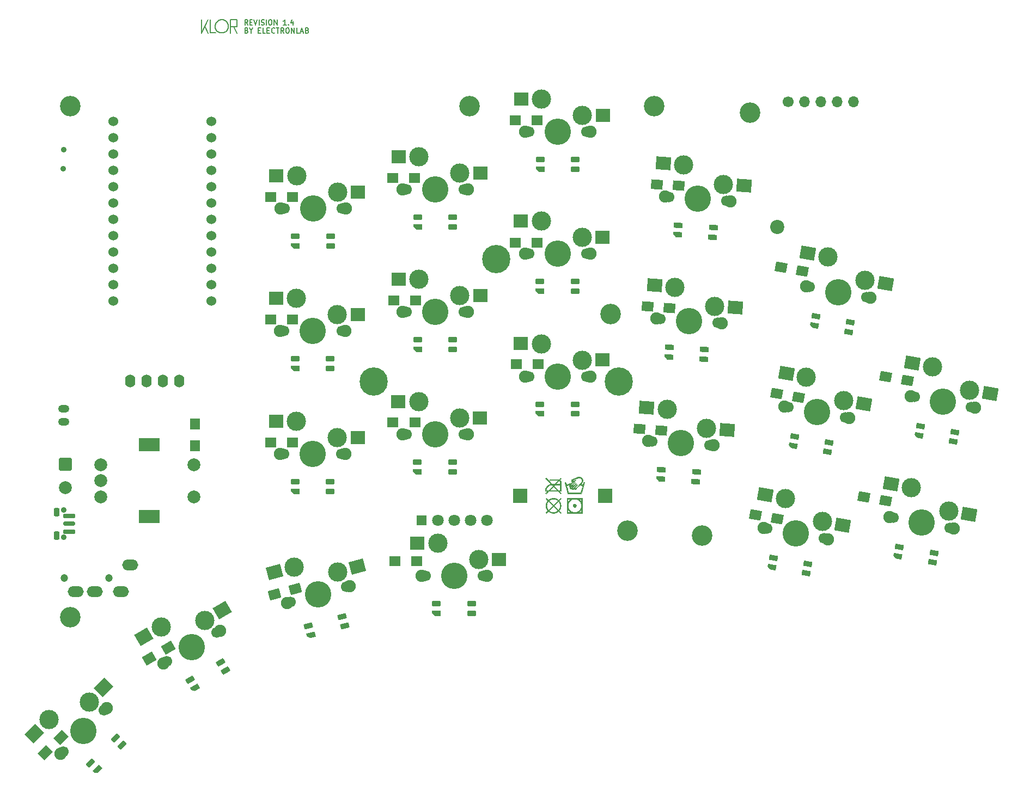
<source format=gts>
G04 #@! TF.GenerationSoftware,KiCad,Pcbnew,9.0.1*
G04 #@! TF.CreationDate,2025-04-19T02:13:03+03:00*
G04 #@! TF.ProjectId,klor1_4,6b6c6f72-315f-4342-9e6b-696361645f70,v1.4.0*
G04 #@! TF.SameCoordinates,Original*
G04 #@! TF.FileFunction,Soldermask,Top*
G04 #@! TF.FilePolarity,Negative*
%FSLAX46Y46*%
G04 Gerber Fmt 4.6, Leading zero omitted, Abs format (unit mm)*
G04 Created by KiCad (PCBNEW 9.0.1) date 2025-04-19 02:13:03*
%MOMM*%
%LPD*%
G01*
G04 APERTURE LIST*
G04 Aperture macros list*
%AMRoundRect*
0 Rectangle with rounded corners*
0 $1 Rounding radius*
0 $2 $3 $4 $5 $6 $7 $8 $9 X,Y pos of 4 corners*
0 Add a 4 corners polygon primitive as box body*
4,1,4,$2,$3,$4,$5,$6,$7,$8,$9,$2,$3,0*
0 Add four circle primitives for the rounded corners*
1,1,$1+$1,$2,$3*
1,1,$1+$1,$4,$5*
1,1,$1+$1,$6,$7*
1,1,$1+$1,$8,$9*
0 Add four rect primitives between the rounded corners*
20,1,$1+$1,$2,$3,$4,$5,0*
20,1,$1+$1,$4,$5,$6,$7,0*
20,1,$1+$1,$6,$7,$8,$9,0*
20,1,$1+$1,$8,$9,$2,$3,0*%
%AMRotRect*
0 Rectangle, with rotation*
0 The origin of the aperture is its center*
0 $1 length*
0 $2 width*
0 $3 Rotation angle, in degrees counterclockwise*
0 Add horizontal line*
21,1,$1,$2,0,0,$3*%
%AMFreePoly0*
4,1,18,-0.410000,0.265000,0.000000,0.675000,0.328000,0.675000,0.359380,0.668758,0.385983,0.650983,0.403758,0.624380,0.410000,0.593000,0.410000,-0.593000,0.403758,-0.624380,0.385983,-0.650983,0.359380,-0.668758,0.328000,-0.675000,-0.328000,-0.675000,-0.359380,-0.668758,-0.385983,-0.650983,-0.403758,-0.624380,-0.410000,-0.593000,-0.410000,0.265000,-0.410000,0.265000,$1*%
G04 Aperture macros list end*
%ADD10C,0.150000*%
%ADD11C,0.000001*%
%ADD12C,1.900000*%
%ADD13C,1.700000*%
%ADD14C,3.000000*%
%ADD15C,4.100000*%
%ADD16RoundRect,0.082000X0.651245X0.187383X0.187383X0.651245X-0.651245X-0.187383X-0.187383X-0.651245X0*%
%ADD17FreePoly0,135.000000*%
%ADD18RotRect,2.300000X2.000000X225.000000*%
%ADD19RoundRect,0.082000X0.593000X-0.328000X0.593000X0.328000X-0.593000X0.328000X-0.593000X-0.328000X0*%
%ADD20FreePoly0,90.000000*%
%ADD21R,2.300000X2.000000*%
%ADD22RoundRect,0.082000X0.568675X-0.368567X0.614436X0.285835X-0.568675X0.368567X-0.614436X-0.285835X0*%
%ADD23FreePoly0,86.000000*%
%ADD24RotRect,2.300000X2.000000X176.000000*%
%ADD25C,3.200000*%
%ADD26RotRect,1.800000X1.500000X170.000000*%
%ADD27R,1.800000X1.500000*%
%ADD28RotRect,1.800000X1.500000X176.000000*%
%ADD29RoundRect,0.082000X0.657687X-0.163344X0.487901X0.470303X-0.657687X0.163344X-0.487901X-0.470303X0*%
%ADD30FreePoly0,105.000000*%
%ADD31RotRect,2.300000X2.000000X195.000000*%
%ADD32RoundRect,0.082000X0.527034X-0.425990X0.640948X0.220044X-0.527034X0.425990X-0.640948X-0.220044X0*%
%ADD33FreePoly0,80.000000*%
%ADD34RotRect,2.300000X2.000000X170.000000*%
%ADD35RotRect,1.800000X1.500000X195.000000*%
%ADD36R,2.200000X2.200000*%
%ADD37C,2.200000*%
%ADD38C,2.000000*%
%ADD39R,3.200000X2.000000*%
%ADD40O,1.600000X2.000000*%
%ADD41C,1.200000*%
%ADD42O,2.500000X1.700000*%
%ADD43RotRect,1.800000X1.500000X350.000000*%
%ADD44RotRect,1.800000X1.500000X210.000000*%
%ADD45O,1.750000X1.200000*%
%ADD46C,0.900000*%
%ADD47RoundRect,0.187500X-0.712500X0.187500X-0.712500X-0.187500X0.712500X-0.187500X0.712500X0.187500X0*%
%ADD48RoundRect,0.150000X-0.750000X0.150000X-0.750000X-0.150000X0.750000X-0.150000X0.750000X0.150000X0*%
%ADD49RoundRect,0.225000X-0.225000X0.425000X-0.225000X-0.425000X0.225000X-0.425000X0.225000X0.425000X0*%
%ADD50R,1.500000X1.800000*%
%ADD51C,4.400000*%
%ADD52RoundRect,0.082000X0.677553X0.012444X0.349553X0.580556X-0.677553X-0.012444X-0.349553X-0.580556X0*%
%ADD53FreePoly0,120.000000*%
%ADD54RotRect,2.300000X2.000000X210.000000*%
%ADD55RotRect,1.800000X1.500000X225.000000*%
%ADD56RoundRect,0.142858X-0.857142X0.857142X-0.857142X-0.857142X0.857142X-0.857142X0.857142X0.857142X0*%
%ADD57R,1.524000X1.524000*%
%ADD58C,1.800000*%
%ADD59C,1.524000*%
%ADD60O,1.700000X1.700000*%
G04 APERTURE END LIST*
D10*
X103781233Y-42226729D02*
X103781233Y-44317135D01*
X106899708Y-42226728D02*
X106908866Y-42226768D01*
X106918015Y-42226888D01*
X106927154Y-42227087D01*
X106936283Y-42227366D01*
X106945402Y-42227725D01*
X106954509Y-42228164D01*
X106963606Y-42228681D01*
X106972691Y-42229279D01*
X106981764Y-42229955D01*
X106990824Y-42230711D01*
X106999872Y-42231545D01*
X107008907Y-42232459D01*
X107017929Y-42233452D01*
X107026936Y-42234523D01*
X107035930Y-42235673D01*
X107044908Y-42236902D01*
X107053872Y-42238210D01*
X107062820Y-42239596D01*
X107071752Y-42241060D01*
X107080668Y-42242603D01*
X107089567Y-42244224D01*
X107098449Y-42245923D01*
X107107313Y-42247699D01*
X107116159Y-42249554D01*
X107124986Y-42251487D01*
X107133794Y-42253497D01*
X107142583Y-42255584D01*
X107151352Y-42257749D01*
X107160100Y-42259991D01*
X107168827Y-42262311D01*
X107177532Y-42264707D01*
X107186216Y-42267180D01*
X107194877Y-42269730D01*
X107203514Y-42272356D01*
X107212129Y-42275059D01*
X107220719Y-42277838D01*
X107229284Y-42280692D01*
X107237825Y-42283623D01*
X107246339Y-42286629D01*
X107254828Y-42289711D01*
X107263289Y-42292868D01*
X107271723Y-42296101D01*
X107280129Y-42299408D01*
X107288507Y-42302790D01*
X107296856Y-42306246D01*
X107305174Y-42309776D01*
X107313463Y-42313381D01*
X107321721Y-42317059D01*
X107329947Y-42320811D01*
X107338141Y-42324636D01*
X107346303Y-42328534D01*
X107354432Y-42332505D01*
X107362526Y-42336548D01*
X107370586Y-42340663D01*
X107378612Y-42344850D01*
X107386601Y-42349109D01*
X107394554Y-42353439D01*
X107402471Y-42357840D01*
X107410350Y-42362312D01*
X107418190Y-42366854D01*
X107425992Y-42371465D01*
X107433755Y-42376147D01*
X107441478Y-42380898D01*
X107449160Y-42385717D01*
X107456800Y-42390605D01*
X107464399Y-42395562D01*
X107471956Y-42400586D01*
X107479469Y-42405677D01*
X107486939Y-42410835D01*
X107494364Y-42416060D01*
X107501744Y-42421351D01*
X107509078Y-42426708D01*
X107516366Y-42432130D01*
X107523608Y-42437616D01*
X107530802Y-42443167D01*
X107537947Y-42448782D01*
X107545044Y-42454461D01*
X107552092Y-42460202D01*
X107559089Y-42466006D01*
X107566037Y-42471871D01*
X107572932Y-42477798D01*
X107579777Y-42483786D01*
X107586568Y-42489835D01*
X107593307Y-42495944D01*
X107599992Y-42502111D01*
X107606623Y-42508338D01*
X107613199Y-42514623D01*
X107619720Y-42520966D01*
X107626186Y-42527367D01*
X107629397Y-42530588D01*
X107632594Y-42533823D01*
X107635777Y-42537073D01*
X107638946Y-42540336D01*
X107642100Y-42543614D01*
X107645240Y-42546905D01*
X107648365Y-42550210D01*
X107651476Y-42553528D01*
X107654572Y-42556861D01*
X107657653Y-42560206D01*
X107660720Y-42563565D01*
X107663771Y-42566938D01*
X107666808Y-42570324D01*
X107669830Y-42573723D01*
X107672836Y-42577135D01*
X107675828Y-42580561D01*
X107678804Y-42583999D01*
X107681765Y-42587451D01*
X107684711Y-42590915D01*
X107687641Y-42594392D01*
X107690556Y-42597881D01*
X107693456Y-42601384D01*
X107696339Y-42604898D01*
X107699208Y-42608426D01*
X107702060Y-42611965D01*
X107704897Y-42615518D01*
X107707718Y-42619082D01*
X107710523Y-42622659D01*
X107713312Y-42626247D01*
X107716085Y-42629848D01*
X107718842Y-42633460D01*
X107721583Y-42637085D01*
X107724308Y-42640721D01*
X107727017Y-42644370D01*
X107729709Y-42648029D01*
X107732385Y-42651700D01*
X107735044Y-42655383D01*
X107737688Y-42659077D01*
X107740314Y-42662782D01*
X107742924Y-42666499D01*
X107745518Y-42670227D01*
X107748095Y-42673966D01*
X107750654Y-42677716D01*
X107753198Y-42681477D01*
X107755724Y-42685248D01*
X107758234Y-42689031D01*
X107760727Y-42692824D01*
X107763203Y-42696628D01*
X107765661Y-42700442D01*
X107768103Y-42704267D01*
X107770528Y-42708102D01*
X107772935Y-42711948D01*
X107775325Y-42715803D01*
X107777699Y-42719670D01*
X107780054Y-42723545D01*
X107782393Y-42727432D01*
X107784713Y-42731327D01*
X107787017Y-42735233D01*
X107789303Y-42739148D01*
X107791572Y-42743074D01*
X107793822Y-42747008D01*
X107796056Y-42750953D01*
X107798271Y-42754906D01*
X107800470Y-42758870D01*
X107802650Y-42762841D01*
X107804813Y-42766824D01*
X107806957Y-42770814D01*
X107809084Y-42774814D01*
X107811193Y-42778822D01*
X107813284Y-42782841D01*
X107815357Y-42786866D01*
X107817412Y-42790902D01*
X107819449Y-42794946D01*
X107821468Y-42798999D01*
X107823469Y-42803059D01*
X107825452Y-42807129D01*
X107827416Y-42811206D01*
X107829362Y-42815293D01*
X107831290Y-42819387D01*
X107833200Y-42823490D01*
X107835091Y-42827600D01*
X107836965Y-42831720D01*
X107838819Y-42835845D01*
X107840655Y-42839980D01*
X107842473Y-42844122D01*
X107844273Y-42848272D01*
X107846053Y-42852429D01*
X107847816Y-42856595D01*
X107849559Y-42860766D01*
X107851284Y-42864947D01*
X107852990Y-42869133D01*
X107854678Y-42873329D01*
X107856347Y-42877529D01*
X107857998Y-42881739D01*
X107859629Y-42885954D01*
X107861242Y-42890178D01*
X107862836Y-42894406D01*
X107864412Y-42898644D01*
X107865968Y-42902886D01*
X107867506Y-42907137D01*
X107869024Y-42911393D01*
X107870524Y-42915657D01*
X107872005Y-42919925D01*
X107873467Y-42924203D01*
X107874909Y-42928484D01*
X107876334Y-42932774D01*
X107877738Y-42937067D01*
X107879124Y-42941369D01*
X107880490Y-42945675D01*
X107881838Y-42949990D01*
X107883166Y-42954308D01*
X107884476Y-42958633D01*
X107885766Y-42962963D01*
X107887037Y-42967301D01*
X107888289Y-42971642D01*
X107889522Y-42975991D01*
X107890735Y-42980343D01*
X107891929Y-42984703D01*
X107893103Y-42989066D01*
X107894259Y-42993436D01*
X107895395Y-42997810D01*
X107896512Y-43002191D01*
X107897610Y-43006575D01*
X107898688Y-43010967D01*
X107899747Y-43015361D01*
X107900786Y-43019763D01*
X107901806Y-43024167D01*
X107902807Y-43028578D01*
X107903788Y-43032992D01*
X107904750Y-43037413D01*
X107905691Y-43041836D01*
X107906614Y-43046266D01*
X107907517Y-43050699D01*
X107908401Y-43055138D01*
X107909265Y-43059580D01*
X107910110Y-43064028D01*
X107910935Y-43068478D01*
X107911741Y-43072935D01*
X107912526Y-43077393D01*
X107913293Y-43081858D01*
X107914039Y-43086325D01*
X107914767Y-43090799D01*
X107915474Y-43095274D01*
X107916162Y-43099755D01*
X107916830Y-43104238D01*
X107917478Y-43108727D01*
X107918107Y-43113217D01*
X107918716Y-43117714D01*
X107919306Y-43122212D01*
X107919875Y-43126716D01*
X107920425Y-43131221D01*
X107920955Y-43135732D01*
X107921466Y-43140244D01*
X107921957Y-43144762D01*
X107922427Y-43149281D01*
X107922878Y-43153805D01*
X107923310Y-43158331D01*
X107923721Y-43162862D01*
X107924113Y-43167394D01*
X107924485Y-43171931D01*
X107924837Y-43176469D01*
X107925169Y-43181013D01*
X107925481Y-43185557D01*
X107925774Y-43190107D01*
X107926046Y-43194657D01*
X107926299Y-43199212D01*
X107926532Y-43203767D01*
X107926745Y-43208328D01*
X107926937Y-43212889D01*
X107927110Y-43217456D01*
X107927263Y-43222022D01*
X107927397Y-43226593D01*
X107927510Y-43231165D01*
X107927603Y-43235741D01*
X107927676Y-43240318D01*
X107927729Y-43244899D01*
X107927763Y-43249480D01*
X107927776Y-43254066D01*
X107927776Y-43254797D01*
X105871639Y-43254797D02*
X105871679Y-43245639D01*
X105871799Y-43236490D01*
X105871998Y-43227351D01*
X105872277Y-43218222D01*
X105872636Y-43209103D01*
X105873075Y-43199995D01*
X105873592Y-43190899D01*
X105874190Y-43181814D01*
X105874866Y-43172741D01*
X105875621Y-43163680D01*
X105876456Y-43154632D01*
X105877370Y-43145597D01*
X105878363Y-43136576D01*
X105879434Y-43127568D01*
X105880584Y-43118575D01*
X105881813Y-43109596D01*
X105883121Y-43100633D01*
X105884507Y-43091685D01*
X105885971Y-43082752D01*
X105887514Y-43073837D01*
X105889135Y-43064937D01*
X105890834Y-43056056D01*
X105892610Y-43047192D01*
X105894465Y-43038346D01*
X105896398Y-43029518D01*
X105898408Y-43020710D01*
X105900495Y-43011922D01*
X105902660Y-43003153D01*
X105904902Y-42994405D01*
X105907222Y-42985678D01*
X105909618Y-42976972D01*
X105912091Y-42968289D01*
X105914641Y-42959628D01*
X105917267Y-42950990D01*
X105919970Y-42942376D01*
X105922749Y-42933786D01*
X105925603Y-42925220D01*
X105928534Y-42916680D01*
X105931540Y-42908165D01*
X105934622Y-42899677D01*
X105937779Y-42891215D01*
X105941012Y-42882781D01*
X105944319Y-42874375D01*
X105947701Y-42865998D01*
X105951157Y-42857649D01*
X105954687Y-42849330D01*
X105958292Y-42841042D01*
X105961970Y-42832784D01*
X105965722Y-42824557D01*
X105969547Y-42816363D01*
X105973445Y-42808201D01*
X105977415Y-42800073D01*
X105981459Y-42791978D01*
X105985574Y-42783918D01*
X105989761Y-42775893D01*
X105994020Y-42767903D01*
X105998350Y-42759950D01*
X106002751Y-42752034D01*
X106007223Y-42744155D01*
X106011764Y-42736314D01*
X106016376Y-42728512D01*
X106021058Y-42720749D01*
X106025809Y-42713027D01*
X106030628Y-42705345D01*
X106035516Y-42697704D01*
X106040473Y-42690105D01*
X106045497Y-42682549D01*
X106050588Y-42675035D01*
X106055746Y-42667566D01*
X106060971Y-42660141D01*
X106066262Y-42652761D01*
X106071619Y-42645426D01*
X106077041Y-42638138D01*
X106082527Y-42630897D01*
X106088078Y-42623703D01*
X106093693Y-42616557D01*
X106099371Y-42609460D01*
X106105113Y-42602412D01*
X106110916Y-42595415D01*
X106116782Y-42588468D01*
X106122709Y-42581572D01*
X106128697Y-42574728D01*
X106134746Y-42567936D01*
X106140854Y-42561197D01*
X106147022Y-42554512D01*
X106153249Y-42547881D01*
X106159534Y-42541305D01*
X106165877Y-42534784D01*
X106172277Y-42528319D01*
X106175499Y-42525107D01*
X106178734Y-42521910D01*
X106181984Y-42518727D01*
X106185247Y-42515558D01*
X106188525Y-42512404D01*
X106191816Y-42509264D01*
X106195121Y-42506139D01*
X106198439Y-42503028D01*
X106201771Y-42499932D01*
X106205117Y-42496851D01*
X106208476Y-42493785D01*
X106211849Y-42490733D01*
X106215235Y-42487696D01*
X106218634Y-42484675D01*
X106222046Y-42481668D01*
X106225472Y-42478676D01*
X106228910Y-42475700D01*
X106232361Y-42472739D01*
X106235825Y-42469793D01*
X106239302Y-42466863D01*
X106242792Y-42463948D01*
X106246294Y-42461049D01*
X106249809Y-42458165D01*
X106253337Y-42455297D01*
X106256876Y-42452444D01*
X106260429Y-42449607D01*
X106263993Y-42446787D01*
X106267570Y-42443981D01*
X106271158Y-42441192D01*
X106274759Y-42438419D01*
X106278371Y-42435662D01*
X106281996Y-42432921D01*
X106285632Y-42430197D01*
X106289280Y-42427488D01*
X106292940Y-42424796D01*
X106296611Y-42422119D01*
X106300293Y-42419460D01*
X106303988Y-42416817D01*
X106307693Y-42414190D01*
X106311410Y-42411580D01*
X106315137Y-42408987D01*
X106318877Y-42406410D01*
X106322626Y-42403850D01*
X106326388Y-42401306D01*
X106330159Y-42398780D01*
X106333942Y-42396270D01*
X106337735Y-42393777D01*
X106341539Y-42391301D01*
X106345353Y-42388843D01*
X106349178Y-42386401D01*
X106353013Y-42383977D01*
X106356859Y-42381569D01*
X106360714Y-42379179D01*
X106364580Y-42376805D01*
X106368456Y-42374450D01*
X106372342Y-42372111D01*
X106376238Y-42369791D01*
X106380144Y-42367487D01*
X106384059Y-42365201D01*
X106387985Y-42362932D01*
X106391919Y-42360682D01*
X106395864Y-42358448D01*
X106399817Y-42356233D01*
X106403780Y-42354034D01*
X106407752Y-42351854D01*
X106411734Y-42349692D01*
X106415724Y-42347547D01*
X106419725Y-42345420D01*
X106423733Y-42343311D01*
X106427751Y-42341220D01*
X106431777Y-42339147D01*
X106435813Y-42337092D01*
X106439856Y-42335055D01*
X106443910Y-42333036D01*
X106447970Y-42331036D01*
X106452040Y-42329052D01*
X106456117Y-42327088D01*
X106460204Y-42325142D01*
X106464298Y-42323214D01*
X106468401Y-42321304D01*
X106472511Y-42319413D01*
X106476630Y-42317540D01*
X106480756Y-42315685D01*
X106484891Y-42313849D01*
X106489032Y-42312031D01*
X106493183Y-42310232D01*
X106497340Y-42308451D01*
X106501505Y-42306689D01*
X106505677Y-42304945D01*
X106509858Y-42303220D01*
X106514044Y-42301514D01*
X106518239Y-42299826D01*
X106522440Y-42298157D01*
X106526650Y-42296506D01*
X106530865Y-42294875D01*
X106535088Y-42293262D01*
X106539317Y-42291668D01*
X106543555Y-42290092D01*
X106547797Y-42288536D01*
X106552048Y-42286998D01*
X106556303Y-42285480D01*
X106560568Y-42283980D01*
X106564836Y-42282499D01*
X106569113Y-42281037D01*
X106573394Y-42279595D01*
X106577684Y-42278171D01*
X106581978Y-42276766D01*
X106586280Y-42275380D01*
X106590586Y-42274014D01*
X106594900Y-42272666D01*
X106599218Y-42271338D01*
X106603544Y-42270028D01*
X106607874Y-42268738D01*
X106612211Y-42267467D01*
X106616552Y-42266215D01*
X106620901Y-42264983D01*
X106625253Y-42263770D01*
X106629613Y-42262575D01*
X106633976Y-42261401D01*
X106638347Y-42260245D01*
X106642721Y-42259109D01*
X106647102Y-42257992D01*
X106651486Y-42256895D01*
X106655878Y-42255816D01*
X106660272Y-42254758D01*
X106664673Y-42253718D01*
X106669077Y-42252698D01*
X106673489Y-42251697D01*
X106677903Y-42250716D01*
X106682324Y-42249755D01*
X106686747Y-42248813D01*
X106691177Y-42247890D01*
X106695609Y-42246987D01*
X106700049Y-42246103D01*
X106704490Y-42245239D01*
X106708938Y-42244394D01*
X106713388Y-42243569D01*
X106717845Y-42242763D01*
X106722304Y-42241978D01*
X106726769Y-42241211D01*
X106731236Y-42240465D01*
X106735709Y-42239737D01*
X106740184Y-42239030D01*
X106744666Y-42238342D01*
X106749148Y-42237674D01*
X106753637Y-42237026D01*
X106758128Y-42236397D01*
X106762624Y-42235788D01*
X106767122Y-42235199D01*
X106771626Y-42234629D01*
X106776131Y-42234079D01*
X106780642Y-42233549D01*
X106785154Y-42233038D01*
X106789672Y-42232548D01*
X106794191Y-42232077D01*
X106798716Y-42231626D01*
X106803241Y-42231194D01*
X106807772Y-42230783D01*
X106812304Y-42230391D01*
X106816842Y-42230019D01*
X106821380Y-42229667D01*
X106825924Y-42229335D01*
X106830468Y-42229023D01*
X106835017Y-42228730D01*
X106839567Y-42228458D01*
X106844122Y-42228205D01*
X106848678Y-42227972D01*
X106853239Y-42227759D01*
X106857800Y-42227567D01*
X106862366Y-42227394D01*
X106866933Y-42227241D01*
X106871504Y-42227107D01*
X106876075Y-42226994D01*
X106880652Y-42226901D01*
X106885228Y-42226828D01*
X106889810Y-42226775D01*
X106894391Y-42226741D01*
X106898977Y-42226728D01*
X106899708Y-42226728D01*
X105151991Y-42226729D02*
X105151991Y-44282866D01*
D11*
X159631126Y-113639059D02*
X159433632Y-113836542D01*
X159453668Y-113851659D01*
X159472749Y-113867881D01*
X159490827Y-113885157D01*
X159507857Y-113903435D01*
X159523792Y-113922664D01*
X159538585Y-113942791D01*
X159552190Y-113963766D01*
X159564560Y-113985536D01*
X159575649Y-114008050D01*
X159585410Y-114031256D01*
X159593797Y-114055103D01*
X159600763Y-114079539D01*
X159606263Y-114104512D01*
X159610248Y-114129970D01*
X159612674Y-114155863D01*
X159613492Y-114182137D01*
X159613492Y-115557464D01*
X159331358Y-115557464D01*
X159634652Y-115860742D01*
X159542959Y-115952430D01*
X159147970Y-115557464D01*
X158403840Y-115557464D01*
X158403840Y-115426985D01*
X159017483Y-115426985D01*
X158428527Y-114838063D01*
X157839571Y-115426985D01*
X158396787Y-115426985D01*
X158396787Y-115557464D01*
X157709084Y-115557464D01*
X157314096Y-115952430D01*
X157222402Y-115860742D01*
X157525697Y-115557464D01*
X157165975Y-115557464D01*
X157165975Y-115493988D01*
X157167093Y-115445324D01*
X157168116Y-115430511D01*
X157168359Y-115426985D01*
X157296462Y-115426985D01*
X157296462Y-115430511D01*
X157652657Y-115430511D01*
X158333307Y-114749901D01*
X158329780Y-114746374D01*
X158523747Y-114746374D01*
X159200870Y-115426985D01*
X159483005Y-115426985D01*
X159483005Y-114577103D01*
X158693029Y-114577103D01*
X158523747Y-114746374D01*
X158329780Y-114746374D01*
X158164026Y-114580629D01*
X158120980Y-114583618D01*
X158078497Y-114588585D01*
X158036624Y-114595484D01*
X157995406Y-114604268D01*
X157954892Y-114614891D01*
X157915126Y-114627307D01*
X157876156Y-114641469D01*
X157838028Y-114657330D01*
X157800789Y-114674845D01*
X157764485Y-114693966D01*
X157729162Y-114714647D01*
X157694867Y-114736842D01*
X157661647Y-114760503D01*
X157629548Y-114785586D01*
X157598616Y-114812042D01*
X157568898Y-114839826D01*
X157540441Y-114868891D01*
X157513291Y-114899191D01*
X157487495Y-114930678D01*
X157463098Y-114963308D01*
X157440148Y-114997032D01*
X157418691Y-115031805D01*
X157398773Y-115067581D01*
X157380441Y-115104312D01*
X157363742Y-115141952D01*
X157348722Y-115180455D01*
X157335427Y-115219774D01*
X157323904Y-115259863D01*
X157314200Y-115300675D01*
X157306360Y-115342163D01*
X157300432Y-115384282D01*
X157296462Y-115426985D01*
X157168359Y-115426985D01*
X157170413Y-115397227D01*
X157175887Y-115349744D01*
X157183464Y-115302924D01*
X157193094Y-115256818D01*
X157204728Y-115211473D01*
X157218316Y-115166940D01*
X157233809Y-115123267D01*
X157251156Y-115080503D01*
X157270307Y-115038697D01*
X157291215Y-114997898D01*
X157313827Y-114958156D01*
X157338095Y-114919519D01*
X157363969Y-114882037D01*
X157391400Y-114845758D01*
X157420337Y-114810732D01*
X157450731Y-114777008D01*
X157482532Y-114744635D01*
X157515690Y-114713662D01*
X157550156Y-114684137D01*
X157585880Y-114656111D01*
X157622812Y-114629632D01*
X157660903Y-114604749D01*
X157700102Y-114581511D01*
X157708339Y-114577103D01*
X158347413Y-114577103D01*
X158428527Y-114658212D01*
X158509641Y-114577103D01*
X158347413Y-114577103D01*
X157708339Y-114577103D01*
X157740360Y-114559968D01*
X157781628Y-114540168D01*
X157823855Y-114522161D01*
X157866993Y-114505995D01*
X157910990Y-114491720D01*
X157955798Y-114479384D01*
X158001366Y-114469038D01*
X158047645Y-114460729D01*
X158037020Y-114450150D01*
X158819989Y-114450150D01*
X159479478Y-114450150D01*
X159479478Y-114185664D01*
X159479314Y-114175467D01*
X159478824Y-114165378D01*
X159478014Y-114155400D01*
X159476888Y-114145536D01*
X159475453Y-114135792D01*
X159473713Y-114126170D01*
X159471673Y-114116675D01*
X159469339Y-114107310D01*
X159466716Y-114098079D01*
X159463808Y-114088987D01*
X159460621Y-114080037D01*
X159457161Y-114071232D01*
X159453432Y-114062578D01*
X159449439Y-114054077D01*
X159445189Y-114045734D01*
X159440685Y-114037552D01*
X159435933Y-114029535D01*
X159430938Y-114021688D01*
X159425706Y-114014013D01*
X159420241Y-114006516D01*
X159408635Y-113992067D01*
X159396160Y-113978373D01*
X159382860Y-113965464D01*
X159368773Y-113953371D01*
X159353944Y-113942125D01*
X159338411Y-113931757D01*
X158819989Y-114450150D01*
X158037020Y-114450150D01*
X157222402Y-113639059D01*
X157314096Y-113547371D01*
X158216926Y-114446623D01*
X158636601Y-114446623D01*
X159197344Y-113885913D01*
X157895998Y-113885913D01*
X157895998Y-113755433D01*
X159183237Y-113755433D01*
X159191792Y-113755516D01*
X159200265Y-113755764D01*
X159208654Y-113756177D01*
X159216961Y-113756756D01*
X159225185Y-113757500D01*
X159233327Y-113758409D01*
X159241386Y-113759483D01*
X159249362Y-113760723D01*
X159257256Y-113762128D01*
X159265067Y-113763698D01*
X159272796Y-113765434D01*
X159280441Y-113767335D01*
X159288004Y-113769401D01*
X159295485Y-113771633D01*
X159302883Y-113774030D01*
X159310198Y-113776592D01*
X159539432Y-113547371D01*
X159631126Y-113639059D01*
G36*
X159631126Y-113639059D02*
G01*
X159433632Y-113836542D01*
X159453668Y-113851659D01*
X159472749Y-113867881D01*
X159490827Y-113885157D01*
X159507857Y-113903435D01*
X159523792Y-113922664D01*
X159538585Y-113942791D01*
X159552190Y-113963766D01*
X159564560Y-113985536D01*
X159575649Y-114008050D01*
X159585410Y-114031256D01*
X159593797Y-114055103D01*
X159600763Y-114079539D01*
X159606263Y-114104512D01*
X159610248Y-114129970D01*
X159612674Y-114155863D01*
X159613492Y-114182137D01*
X159613492Y-115557464D01*
X159331358Y-115557464D01*
X159634652Y-115860742D01*
X159542959Y-115952430D01*
X159147970Y-115557464D01*
X158403840Y-115557464D01*
X158403840Y-115426985D01*
X159017483Y-115426985D01*
X158428527Y-114838063D01*
X157839571Y-115426985D01*
X158396787Y-115426985D01*
X158396787Y-115557464D01*
X157709084Y-115557464D01*
X157314096Y-115952430D01*
X157222402Y-115860742D01*
X157525697Y-115557464D01*
X157165975Y-115557464D01*
X157165975Y-115493988D01*
X157167093Y-115445324D01*
X157168116Y-115430511D01*
X157168359Y-115426985D01*
X157296462Y-115426985D01*
X157296462Y-115430511D01*
X157652657Y-115430511D01*
X158333307Y-114749901D01*
X158329780Y-114746374D01*
X158523747Y-114746374D01*
X159200870Y-115426985D01*
X159483005Y-115426985D01*
X159483005Y-114577103D01*
X158693029Y-114577103D01*
X158523747Y-114746374D01*
X158329780Y-114746374D01*
X158164026Y-114580629D01*
X158120980Y-114583618D01*
X158078497Y-114588585D01*
X158036624Y-114595484D01*
X157995406Y-114604268D01*
X157954892Y-114614891D01*
X157915126Y-114627307D01*
X157876156Y-114641469D01*
X157838028Y-114657330D01*
X157800789Y-114674845D01*
X157764485Y-114693966D01*
X157729162Y-114714647D01*
X157694867Y-114736842D01*
X157661647Y-114760503D01*
X157629548Y-114785586D01*
X157598616Y-114812042D01*
X157568898Y-114839826D01*
X157540441Y-114868891D01*
X157513291Y-114899191D01*
X157487495Y-114930678D01*
X157463098Y-114963308D01*
X157440148Y-114997032D01*
X157418691Y-115031805D01*
X157398773Y-115067581D01*
X157380441Y-115104312D01*
X157363742Y-115141952D01*
X157348722Y-115180455D01*
X157335427Y-115219774D01*
X157323904Y-115259863D01*
X157314200Y-115300675D01*
X157306360Y-115342163D01*
X157300432Y-115384282D01*
X157296462Y-115426985D01*
X157168359Y-115426985D01*
X157170413Y-115397227D01*
X157175887Y-115349744D01*
X157183464Y-115302924D01*
X157193094Y-115256818D01*
X157204728Y-115211473D01*
X157218316Y-115166940D01*
X157233809Y-115123267D01*
X157251156Y-115080503D01*
X157270307Y-115038697D01*
X157291215Y-114997898D01*
X157313827Y-114958156D01*
X157338095Y-114919519D01*
X157363969Y-114882037D01*
X157391400Y-114845758D01*
X157420337Y-114810732D01*
X157450731Y-114777008D01*
X157482532Y-114744635D01*
X157515690Y-114713662D01*
X157550156Y-114684137D01*
X157585880Y-114656111D01*
X157622812Y-114629632D01*
X157660903Y-114604749D01*
X157700102Y-114581511D01*
X157708339Y-114577103D01*
X158347413Y-114577103D01*
X158428527Y-114658212D01*
X158509641Y-114577103D01*
X158347413Y-114577103D01*
X157708339Y-114577103D01*
X157740360Y-114559968D01*
X157781628Y-114540168D01*
X157823855Y-114522161D01*
X157866993Y-114505995D01*
X157910990Y-114491720D01*
X157955798Y-114479384D01*
X158001366Y-114469038D01*
X158047645Y-114460729D01*
X158037020Y-114450150D01*
X158819989Y-114450150D01*
X159479478Y-114450150D01*
X159479478Y-114185664D01*
X159479314Y-114175467D01*
X159478824Y-114165378D01*
X159478014Y-114155400D01*
X159476888Y-114145536D01*
X159475453Y-114135792D01*
X159473713Y-114126170D01*
X159471673Y-114116675D01*
X159469339Y-114107310D01*
X159466716Y-114098079D01*
X159463808Y-114088987D01*
X159460621Y-114080037D01*
X159457161Y-114071232D01*
X159453432Y-114062578D01*
X159449439Y-114054077D01*
X159445189Y-114045734D01*
X159440685Y-114037552D01*
X159435933Y-114029535D01*
X159430938Y-114021688D01*
X159425706Y-114014013D01*
X159420241Y-114006516D01*
X159408635Y-113992067D01*
X159396160Y-113978373D01*
X159382860Y-113965464D01*
X159368773Y-113953371D01*
X159353944Y-113942125D01*
X159338411Y-113931757D01*
X158819989Y-114450150D01*
X158037020Y-114450150D01*
X157222402Y-113639059D01*
X157314096Y-113547371D01*
X158216926Y-114446623D01*
X158636601Y-114446623D01*
X159197344Y-113885913D01*
X157895998Y-113885913D01*
X157895998Y-113755433D01*
X159183237Y-113755433D01*
X159191792Y-113755516D01*
X159200265Y-113755764D01*
X159208654Y-113756177D01*
X159216961Y-113756756D01*
X159225185Y-113757500D01*
X159233327Y-113758409D01*
X159241386Y-113759483D01*
X159249362Y-113760723D01*
X159257256Y-113762128D01*
X159265067Y-113763698D01*
X159272796Y-113765434D01*
X159280441Y-113767335D01*
X159288004Y-113769401D01*
X159295485Y-113771633D01*
X159302883Y-113774030D01*
X159310198Y-113776592D01*
X159539432Y-113547371D01*
X159631126Y-113639059D01*
G37*
D10*
X109229997Y-43289066D02*
X108236198Y-43289066D01*
D11*
X163187462Y-114185720D02*
X163186020Y-114185664D01*
X163189548Y-114185664D01*
X163187462Y-114185720D01*
G36*
X163187462Y-114185720D02*
G01*
X163186020Y-114185664D01*
X163189548Y-114185664D01*
X163187462Y-114185720D01*
G37*
D10*
X103781233Y-44317135D02*
X104809302Y-42226729D01*
X108201929Y-44317135D02*
X108201929Y-43289066D01*
D11*
X159631126Y-116710623D02*
X159299617Y-117042112D01*
X159333786Y-117081278D01*
X159366163Y-117122030D01*
X159396690Y-117164300D01*
X159425311Y-117208022D01*
X159451968Y-117253129D01*
X159476606Y-117299552D01*
X159499167Y-117347226D01*
X159519594Y-117396083D01*
X159537831Y-117446055D01*
X159553821Y-117497076D01*
X159567507Y-117549079D01*
X159578831Y-117601996D01*
X159587739Y-117655760D01*
X159594171Y-117710305D01*
X159598072Y-117765562D01*
X159599385Y-117821464D01*
X159598072Y-117877328D01*
X159594171Y-117932480D01*
X159587739Y-117986866D01*
X159578831Y-118040437D01*
X159567507Y-118093139D01*
X159553821Y-118144922D01*
X159537831Y-118195734D01*
X159519594Y-118245524D01*
X159499167Y-118294238D01*
X159476606Y-118341827D01*
X159451968Y-118388238D01*
X159425311Y-118433419D01*
X159396690Y-118477319D01*
X159366163Y-118519887D01*
X159333786Y-118561070D01*
X159299617Y-118600817D01*
X159631126Y-118932305D01*
X159539432Y-119023994D01*
X159207924Y-118692505D01*
X159168756Y-118726672D01*
X159128002Y-118759047D01*
X159085729Y-118789572D01*
X159042004Y-118818191D01*
X158996895Y-118844847D01*
X158950469Y-118869484D01*
X158902793Y-118892043D01*
X158853933Y-118912469D01*
X158803958Y-118930705D01*
X158752934Y-118946694D01*
X158700928Y-118960379D01*
X158648008Y-118971703D01*
X158594241Y-118980610D01*
X158539693Y-118987042D01*
X158484433Y-118990943D01*
X158428527Y-118992256D01*
X158372660Y-118990943D01*
X158317506Y-118987042D01*
X158263116Y-118980610D01*
X158209542Y-118971703D01*
X158156837Y-118960379D01*
X158105050Y-118946694D01*
X158054236Y-118930705D01*
X158004444Y-118912469D01*
X157955726Y-118892043D01*
X157908135Y-118869483D01*
X157861721Y-118844847D01*
X157816538Y-118818191D01*
X157772635Y-118789572D01*
X157730065Y-118759047D01*
X157688880Y-118726672D01*
X157649130Y-118692505D01*
X157317622Y-119023994D01*
X157225929Y-118932305D01*
X157557437Y-118600817D01*
X157740824Y-118600817D01*
X157775863Y-118630480D01*
X157812177Y-118658604D01*
X157849722Y-118685137D01*
X157888449Y-118710027D01*
X157928313Y-118733223D01*
X157969266Y-118754673D01*
X158011264Y-118774325D01*
X158054258Y-118792128D01*
X158098203Y-118808030D01*
X158143052Y-118821979D01*
X158188758Y-118833924D01*
X158235276Y-118843813D01*
X158282558Y-118851595D01*
X158330558Y-118857217D01*
X158379230Y-118860628D01*
X158428527Y-118861776D01*
X158432054Y-118861776D01*
X158480770Y-118860628D01*
X158529010Y-118857217D01*
X158576713Y-118851595D01*
X158623817Y-118843813D01*
X158670260Y-118833924D01*
X158715979Y-118821979D01*
X158760913Y-118808030D01*
X158805000Y-118792128D01*
X158848178Y-118774325D01*
X158890385Y-118754673D01*
X158931558Y-118733223D01*
X158971636Y-118710027D01*
X159010557Y-118685137D01*
X159048259Y-118658604D01*
X159084679Y-118630480D01*
X159119757Y-118600817D01*
X158428527Y-117913153D01*
X157740824Y-118600817D01*
X157557437Y-118600817D01*
X157523268Y-118561651D01*
X157490891Y-118520899D01*
X157460364Y-118478629D01*
X157431744Y-118434907D01*
X157405086Y-118389800D01*
X157380448Y-118343377D01*
X157357887Y-118295703D01*
X157337460Y-118246846D01*
X157319223Y-118196874D01*
X157303233Y-118145852D01*
X157289547Y-118093850D01*
X157278223Y-118040933D01*
X157269316Y-117987169D01*
X157262883Y-117932624D01*
X157258982Y-117877367D01*
X157257669Y-117821465D01*
X157388156Y-117821465D01*
X157389305Y-117870178D01*
X157392716Y-117918415D01*
X157398338Y-117966116D01*
X157406120Y-118013217D01*
X157416010Y-118059657D01*
X157427955Y-118105374D01*
X157441905Y-118150305D01*
X157457808Y-118194390D01*
X157475612Y-118237565D01*
X157495265Y-118279769D01*
X157516716Y-118320940D01*
X157539913Y-118361016D01*
X157564805Y-118399935D01*
X157591340Y-118437634D01*
X157619465Y-118474053D01*
X157649130Y-118509128D01*
X158336834Y-117821465D01*
X158333307Y-117817938D01*
X158520221Y-117817938D01*
X159211451Y-118509128D01*
X159241116Y-118473471D01*
X159269241Y-118436615D01*
X159295776Y-118398602D01*
X159320668Y-118359473D01*
X159343865Y-118319270D01*
X159365316Y-118278034D01*
X159384969Y-118235805D01*
X159402773Y-118192627D01*
X159418676Y-118148539D01*
X159432626Y-118103583D01*
X159444571Y-118057801D01*
X159454461Y-118011233D01*
X159462243Y-117963922D01*
X159467865Y-117915908D01*
X159471276Y-117867233D01*
X159472425Y-117817938D01*
X159472425Y-117814412D01*
X159471276Y-117765699D01*
X159467865Y-117717461D01*
X159462243Y-117669761D01*
X159454461Y-117622659D01*
X159444571Y-117576219D01*
X159432626Y-117530503D01*
X159418676Y-117485571D01*
X159402773Y-117441487D01*
X159384969Y-117398311D01*
X159365316Y-117356107D01*
X159343865Y-117314936D01*
X159320668Y-117274860D01*
X159295776Y-117235942D01*
X159269241Y-117198242D01*
X159241116Y-117161823D01*
X159211451Y-117126748D01*
X158520221Y-117817938D01*
X158333307Y-117817938D01*
X157649130Y-117133801D01*
X157619465Y-117168876D01*
X157591340Y-117205295D01*
X157564805Y-117242995D01*
X157539913Y-117281913D01*
X157516716Y-117321989D01*
X157495265Y-117363160D01*
X157475612Y-117405364D01*
X157457808Y-117448539D01*
X157441905Y-117492624D01*
X157427955Y-117537556D01*
X157416010Y-117583272D01*
X157406120Y-117629712D01*
X157398338Y-117676814D01*
X157392716Y-117724514D01*
X157389305Y-117772752D01*
X157388156Y-117821465D01*
X157257669Y-117821465D01*
X157257669Y-117821464D01*
X157258982Y-117765600D01*
X157262883Y-117710449D01*
X157269316Y-117656063D01*
X157278223Y-117602492D01*
X157289547Y-117549789D01*
X157303233Y-117498006D01*
X157319223Y-117447194D01*
X157337460Y-117397405D01*
X157357887Y-117348690D01*
X157380448Y-117301102D01*
X157405086Y-117254691D01*
X157431744Y-117209510D01*
X157460364Y-117165610D01*
X157490891Y-117123042D01*
X157523268Y-117081859D01*
X157557437Y-117042112D01*
X157553910Y-117038586D01*
X157737297Y-117038586D01*
X158425000Y-117726249D01*
X159116230Y-117038586D01*
X159081191Y-117008922D01*
X159044877Y-116980798D01*
X159007333Y-116954265D01*
X158968605Y-116929375D01*
X158928742Y-116906179D01*
X158887788Y-116884729D01*
X158845791Y-116865077D01*
X158802796Y-116847274D01*
X158758851Y-116831372D01*
X158714002Y-116817423D01*
X158668296Y-116805478D01*
X158621778Y-116795589D01*
X158574496Y-116787808D01*
X158526496Y-116782186D01*
X158477824Y-116778775D01*
X158428527Y-116777626D01*
X158379190Y-116778775D01*
X158330407Y-116782186D01*
X158282233Y-116787808D01*
X158234725Y-116795589D01*
X158187940Y-116805478D01*
X158141936Y-116817423D01*
X158096768Y-116831372D01*
X158052495Y-116847274D01*
X158009171Y-116865077D01*
X157966855Y-116884729D01*
X157925604Y-116906179D01*
X157885473Y-116929375D01*
X157846520Y-116954265D01*
X157808802Y-116980798D01*
X157772376Y-117008922D01*
X157737297Y-117038586D01*
X157553910Y-117038586D01*
X157225929Y-116710623D01*
X157317622Y-116618935D01*
X157649130Y-116950424D01*
X157688298Y-116916257D01*
X157729052Y-116883882D01*
X157771325Y-116853357D01*
X157815050Y-116824738D01*
X157860159Y-116798082D01*
X157906585Y-116773445D01*
X157954262Y-116750886D01*
X158003121Y-116730459D01*
X158053097Y-116712223D01*
X158104121Y-116696235D01*
X158156126Y-116682550D01*
X158209046Y-116671226D01*
X158262814Y-116662319D01*
X158317361Y-116655887D01*
X158372621Y-116651986D01*
X158428527Y-116650673D01*
X158484394Y-116651986D01*
X158539549Y-116655887D01*
X158593938Y-116662319D01*
X158647512Y-116671226D01*
X158700218Y-116682550D01*
X158752004Y-116696235D01*
X158802819Y-116712224D01*
X158852611Y-116730460D01*
X158901328Y-116750886D01*
X158948919Y-116773445D01*
X158995333Y-116798082D01*
X159040517Y-116824738D01*
X159084419Y-116853357D01*
X159126989Y-116883882D01*
X159168175Y-116916257D01*
X159207924Y-116950424D01*
X159539432Y-116618935D01*
X159631126Y-116710623D01*
G36*
X159631126Y-116710623D02*
G01*
X159299617Y-117042112D01*
X159333786Y-117081278D01*
X159366163Y-117122030D01*
X159396690Y-117164300D01*
X159425311Y-117208022D01*
X159451968Y-117253129D01*
X159476606Y-117299552D01*
X159499167Y-117347226D01*
X159519594Y-117396083D01*
X159537831Y-117446055D01*
X159553821Y-117497076D01*
X159567507Y-117549079D01*
X159578831Y-117601996D01*
X159587739Y-117655760D01*
X159594171Y-117710305D01*
X159598072Y-117765562D01*
X159599385Y-117821464D01*
X159598072Y-117877328D01*
X159594171Y-117932480D01*
X159587739Y-117986866D01*
X159578831Y-118040437D01*
X159567507Y-118093139D01*
X159553821Y-118144922D01*
X159537831Y-118195734D01*
X159519594Y-118245524D01*
X159499167Y-118294238D01*
X159476606Y-118341827D01*
X159451968Y-118388238D01*
X159425311Y-118433419D01*
X159396690Y-118477319D01*
X159366163Y-118519887D01*
X159333786Y-118561070D01*
X159299617Y-118600817D01*
X159631126Y-118932305D01*
X159539432Y-119023994D01*
X159207924Y-118692505D01*
X159168756Y-118726672D01*
X159128002Y-118759047D01*
X159085729Y-118789572D01*
X159042004Y-118818191D01*
X158996895Y-118844847D01*
X158950469Y-118869484D01*
X158902793Y-118892043D01*
X158853933Y-118912469D01*
X158803958Y-118930705D01*
X158752934Y-118946694D01*
X158700928Y-118960379D01*
X158648008Y-118971703D01*
X158594241Y-118980610D01*
X158539693Y-118987042D01*
X158484433Y-118990943D01*
X158428527Y-118992256D01*
X158372660Y-118990943D01*
X158317506Y-118987042D01*
X158263116Y-118980610D01*
X158209542Y-118971703D01*
X158156837Y-118960379D01*
X158105050Y-118946694D01*
X158054236Y-118930705D01*
X158004444Y-118912469D01*
X157955726Y-118892043D01*
X157908135Y-118869483D01*
X157861721Y-118844847D01*
X157816538Y-118818191D01*
X157772635Y-118789572D01*
X157730065Y-118759047D01*
X157688880Y-118726672D01*
X157649130Y-118692505D01*
X157317622Y-119023994D01*
X157225929Y-118932305D01*
X157557437Y-118600817D01*
X157740824Y-118600817D01*
X157775863Y-118630480D01*
X157812177Y-118658604D01*
X157849722Y-118685137D01*
X157888449Y-118710027D01*
X157928313Y-118733223D01*
X157969266Y-118754673D01*
X158011264Y-118774325D01*
X158054258Y-118792128D01*
X158098203Y-118808030D01*
X158143052Y-118821979D01*
X158188758Y-118833924D01*
X158235276Y-118843813D01*
X158282558Y-118851595D01*
X158330558Y-118857217D01*
X158379230Y-118860628D01*
X158428527Y-118861776D01*
X158432054Y-118861776D01*
X158480770Y-118860628D01*
X158529010Y-118857217D01*
X158576713Y-118851595D01*
X158623817Y-118843813D01*
X158670260Y-118833924D01*
X158715979Y-118821979D01*
X158760913Y-118808030D01*
X158805000Y-118792128D01*
X158848178Y-118774325D01*
X158890385Y-118754673D01*
X158931558Y-118733223D01*
X158971636Y-118710027D01*
X159010557Y-118685137D01*
X159048259Y-118658604D01*
X159084679Y-118630480D01*
X159119757Y-118600817D01*
X158428527Y-117913153D01*
X157740824Y-118600817D01*
X157557437Y-118600817D01*
X157523268Y-118561651D01*
X157490891Y-118520899D01*
X157460364Y-118478629D01*
X157431744Y-118434907D01*
X157405086Y-118389800D01*
X157380448Y-118343377D01*
X157357887Y-118295703D01*
X157337460Y-118246846D01*
X157319223Y-118196874D01*
X157303233Y-118145852D01*
X157289547Y-118093850D01*
X157278223Y-118040933D01*
X157269316Y-117987169D01*
X157262883Y-117932624D01*
X157258982Y-117877367D01*
X157257669Y-117821465D01*
X157388156Y-117821465D01*
X157389305Y-117870178D01*
X157392716Y-117918415D01*
X157398338Y-117966116D01*
X157406120Y-118013217D01*
X157416010Y-118059657D01*
X157427955Y-118105374D01*
X157441905Y-118150305D01*
X157457808Y-118194390D01*
X157475612Y-118237565D01*
X157495265Y-118279769D01*
X157516716Y-118320940D01*
X157539913Y-118361016D01*
X157564805Y-118399935D01*
X157591340Y-118437634D01*
X157619465Y-118474053D01*
X157649130Y-118509128D01*
X158336834Y-117821465D01*
X158333307Y-117817938D01*
X158520221Y-117817938D01*
X159211451Y-118509128D01*
X159241116Y-118473471D01*
X159269241Y-118436615D01*
X159295776Y-118398602D01*
X159320668Y-118359473D01*
X159343865Y-118319270D01*
X159365316Y-118278034D01*
X159384969Y-118235805D01*
X159402773Y-118192627D01*
X159418676Y-118148539D01*
X159432626Y-118103583D01*
X159444571Y-118057801D01*
X159454461Y-118011233D01*
X159462243Y-117963922D01*
X159467865Y-117915908D01*
X159471276Y-117867233D01*
X159472425Y-117817938D01*
X159472425Y-117814412D01*
X159471276Y-117765699D01*
X159467865Y-117717461D01*
X159462243Y-117669761D01*
X159454461Y-117622659D01*
X159444571Y-117576219D01*
X159432626Y-117530503D01*
X159418676Y-117485571D01*
X159402773Y-117441487D01*
X159384969Y-117398311D01*
X159365316Y-117356107D01*
X159343865Y-117314936D01*
X159320668Y-117274860D01*
X159295776Y-117235942D01*
X159269241Y-117198242D01*
X159241116Y-117161823D01*
X159211451Y-117126748D01*
X158520221Y-117817938D01*
X158333307Y-117817938D01*
X157649130Y-117133801D01*
X157619465Y-117168876D01*
X157591340Y-117205295D01*
X157564805Y-117242995D01*
X157539913Y-117281913D01*
X157516716Y-117321989D01*
X157495265Y-117363160D01*
X157475612Y-117405364D01*
X157457808Y-117448539D01*
X157441905Y-117492624D01*
X157427955Y-117537556D01*
X157416010Y-117583272D01*
X157406120Y-117629712D01*
X157398338Y-117676814D01*
X157392716Y-117724514D01*
X157389305Y-117772752D01*
X157388156Y-117821465D01*
X157257669Y-117821465D01*
X157257669Y-117821464D01*
X157258982Y-117765600D01*
X157262883Y-117710449D01*
X157269316Y-117656063D01*
X157278223Y-117602492D01*
X157289547Y-117549789D01*
X157303233Y-117498006D01*
X157319223Y-117447194D01*
X157337460Y-117397405D01*
X157357887Y-117348690D01*
X157380448Y-117301102D01*
X157405086Y-117254691D01*
X157431744Y-117209510D01*
X157460364Y-117165610D01*
X157490891Y-117123042D01*
X157523268Y-117081859D01*
X157557437Y-117042112D01*
X157553910Y-117038586D01*
X157737297Y-117038586D01*
X158425000Y-117726249D01*
X159116230Y-117038586D01*
X159081191Y-117008922D01*
X159044877Y-116980798D01*
X159007333Y-116954265D01*
X158968605Y-116929375D01*
X158928742Y-116906179D01*
X158887788Y-116884729D01*
X158845791Y-116865077D01*
X158802796Y-116847274D01*
X158758851Y-116831372D01*
X158714002Y-116817423D01*
X158668296Y-116805478D01*
X158621778Y-116795589D01*
X158574496Y-116787808D01*
X158526496Y-116782186D01*
X158477824Y-116778775D01*
X158428527Y-116777626D01*
X158379190Y-116778775D01*
X158330407Y-116782186D01*
X158282233Y-116787808D01*
X158234725Y-116795589D01*
X158187940Y-116805478D01*
X158141936Y-116817423D01*
X158096768Y-116831372D01*
X158052495Y-116847274D01*
X158009171Y-116865077D01*
X157966855Y-116884729D01*
X157925604Y-116906179D01*
X157885473Y-116929375D01*
X157846520Y-116954265D01*
X157808802Y-116980798D01*
X157772376Y-117008922D01*
X157737297Y-117038586D01*
X157553910Y-117038586D01*
X157225929Y-116710623D01*
X157317622Y-116618935D01*
X157649130Y-116950424D01*
X157688298Y-116916257D01*
X157729052Y-116883882D01*
X157771325Y-116853357D01*
X157815050Y-116824738D01*
X157860159Y-116798082D01*
X157906585Y-116773445D01*
X157954262Y-116750886D01*
X158003121Y-116730459D01*
X158053097Y-116712223D01*
X158104121Y-116696235D01*
X158156126Y-116682550D01*
X158209046Y-116671226D01*
X158262814Y-116662319D01*
X158317361Y-116655887D01*
X158372621Y-116651986D01*
X158428527Y-116650673D01*
X158484394Y-116651986D01*
X158539549Y-116655887D01*
X158593938Y-116662319D01*
X158647512Y-116671226D01*
X158700218Y-116682550D01*
X158752004Y-116696235D01*
X158802819Y-116712224D01*
X158852611Y-116730460D01*
X158901328Y-116750886D01*
X158948919Y-116773445D01*
X158995333Y-116798082D01*
X159040517Y-116824738D01*
X159084419Y-116853357D01*
X159126989Y-116883882D01*
X159168175Y-116916257D01*
X159207924Y-116950424D01*
X159539432Y-116618935D01*
X159631126Y-116710623D01*
G37*
D10*
X107927776Y-43254797D02*
X107927736Y-43263955D01*
X107927616Y-43273104D01*
X107927417Y-43282243D01*
X107927138Y-43291372D01*
X107926779Y-43300491D01*
X107926340Y-43309598D01*
X107925823Y-43318695D01*
X107925225Y-43327780D01*
X107924549Y-43336853D01*
X107923793Y-43345913D01*
X107922959Y-43354961D01*
X107922045Y-43363996D01*
X107921052Y-43373018D01*
X107919981Y-43382025D01*
X107918831Y-43391019D01*
X107917602Y-43399997D01*
X107916294Y-43408961D01*
X107914908Y-43417909D01*
X107913444Y-43426841D01*
X107911901Y-43435757D01*
X107910280Y-43444656D01*
X107908581Y-43453538D01*
X107906805Y-43462402D01*
X107904950Y-43471248D01*
X107903017Y-43480075D01*
X107901007Y-43488884D01*
X107898920Y-43497672D01*
X107896755Y-43506441D01*
X107894513Y-43515189D01*
X107892193Y-43523916D01*
X107889797Y-43532621D01*
X107887324Y-43541305D01*
X107884774Y-43549966D01*
X107882148Y-43558604D01*
X107879445Y-43567218D01*
X107876666Y-43575808D01*
X107873812Y-43584373D01*
X107870881Y-43592914D01*
X107867875Y-43601428D01*
X107864793Y-43609917D01*
X107861635Y-43618378D01*
X107858403Y-43626812D01*
X107855096Y-43635218D01*
X107851714Y-43643596D01*
X107848258Y-43651945D01*
X107844728Y-43660263D01*
X107841123Y-43668552D01*
X107837445Y-43676810D01*
X107833693Y-43685036D01*
X107829868Y-43693230D01*
X107825970Y-43701392D01*
X107821999Y-43709521D01*
X107817956Y-43717615D01*
X107813841Y-43725675D01*
X107809654Y-43733701D01*
X107805395Y-43741690D01*
X107801065Y-43749643D01*
X107796664Y-43757560D01*
X107792192Y-43765439D01*
X107787650Y-43773279D01*
X107783039Y-43781082D01*
X107778357Y-43788844D01*
X107773606Y-43796567D01*
X107768787Y-43804249D01*
X107763899Y-43811890D01*
X107758942Y-43819488D01*
X107753918Y-43827045D01*
X107748827Y-43834558D01*
X107743669Y-43842028D01*
X107738444Y-43849453D01*
X107733153Y-43856833D01*
X107727796Y-43864167D01*
X107722374Y-43871456D01*
X107716888Y-43878697D01*
X107711337Y-43885891D01*
X107705722Y-43893036D01*
X107700043Y-43900133D01*
X107694302Y-43907181D01*
X107688498Y-43914179D01*
X107682633Y-43921126D01*
X107676706Y-43928022D01*
X107670717Y-43934866D01*
X107664669Y-43941657D01*
X107658560Y-43948396D01*
X107652392Y-43955081D01*
X107646166Y-43961712D01*
X107639881Y-43968289D01*
X107633538Y-43974810D01*
X107627137Y-43981275D01*
X107623916Y-43984486D01*
X107620681Y-43987683D01*
X107617431Y-43990866D01*
X107614168Y-43994035D01*
X107610890Y-43997189D01*
X107607599Y-44000329D01*
X107604294Y-44003454D01*
X107600976Y-44006565D01*
X107597643Y-44009661D01*
X107594298Y-44012742D01*
X107590939Y-44015809D01*
X107587566Y-44018861D01*
X107584180Y-44021897D01*
X107580781Y-44024919D01*
X107577369Y-44027925D01*
X107573943Y-44030917D01*
X107570505Y-44033893D01*
X107567053Y-44036854D01*
X107563589Y-44039800D01*
X107560112Y-44042730D01*
X107556623Y-44045645D01*
X107553120Y-44048545D01*
X107549606Y-44051428D01*
X107546078Y-44054297D01*
X107542539Y-44057149D01*
X107538986Y-44059986D01*
X107535422Y-44062807D01*
X107531845Y-44065612D01*
X107528257Y-44068401D01*
X107524656Y-44071174D01*
X107521044Y-44073931D01*
X107517419Y-44076672D01*
X107513783Y-44079397D01*
X107510134Y-44082106D01*
X107506475Y-44084798D01*
X107502804Y-44087474D01*
X107499121Y-44090133D01*
X107495427Y-44092777D01*
X107491722Y-44095403D01*
X107488005Y-44098013D01*
X107484277Y-44100607D01*
X107480538Y-44103184D01*
X107476789Y-44105744D01*
X107473027Y-44108287D01*
X107469256Y-44110814D01*
X107465473Y-44113324D01*
X107461680Y-44115816D01*
X107457876Y-44118292D01*
X107454062Y-44120751D01*
X107450237Y-44123193D01*
X107446402Y-44125617D01*
X107442556Y-44128025D01*
X107438701Y-44130415D01*
X107434834Y-44132788D01*
X107430959Y-44135143D01*
X107427072Y-44137482D01*
X107423177Y-44139803D01*
X107419271Y-44142106D01*
X107415356Y-44144392D01*
X107411430Y-44146661D01*
X107407496Y-44148912D01*
X107403551Y-44151145D01*
X107399598Y-44153361D01*
X107395634Y-44155559D01*
X107391663Y-44157739D01*
X107387680Y-44159902D01*
X107383690Y-44162046D01*
X107379690Y-44164173D01*
X107375682Y-44166282D01*
X107371663Y-44168373D01*
X107367638Y-44170446D01*
X107363602Y-44172501D01*
X107359558Y-44174538D01*
X107355505Y-44176557D01*
X107351445Y-44178558D01*
X107347375Y-44180541D01*
X107343298Y-44182505D01*
X107339211Y-44184452D01*
X107335117Y-44186379D01*
X107331014Y-44188289D01*
X107326904Y-44190180D01*
X107322785Y-44192054D01*
X107318659Y-44193908D01*
X107314524Y-44195745D01*
X107310382Y-44197562D01*
X107306232Y-44199362D01*
X107302075Y-44201142D01*
X107297909Y-44202905D01*
X107293738Y-44204648D01*
X107289557Y-44206373D01*
X107285371Y-44208079D01*
X107281175Y-44209768D01*
X107276975Y-44211436D01*
X107272765Y-44213087D01*
X107268550Y-44214718D01*
X107264326Y-44216332D01*
X107260098Y-44217925D01*
X107255860Y-44219501D01*
X107251618Y-44221057D01*
X107247367Y-44222595D01*
X107243111Y-44224113D01*
X107238847Y-44225613D01*
X107234579Y-44227094D01*
X107230302Y-44228556D01*
X107226020Y-44229998D01*
X107221731Y-44231423D01*
X107217437Y-44232827D01*
X107213135Y-44234213D01*
X107208829Y-44235580D01*
X107204515Y-44236927D01*
X107200197Y-44238256D01*
X107195871Y-44239565D01*
X107191541Y-44240855D01*
X107187204Y-44242126D01*
X107182863Y-44243378D01*
X107178514Y-44244611D01*
X107174161Y-44245824D01*
X107169802Y-44247018D01*
X107165439Y-44248193D01*
X107161068Y-44249348D01*
X107156694Y-44250484D01*
X107152313Y-44251601D01*
X107147929Y-44252699D01*
X107143537Y-44253777D01*
X107139143Y-44254836D01*
X107134742Y-44255875D01*
X107130337Y-44256895D01*
X107125926Y-44257896D01*
X107121512Y-44258877D01*
X107117091Y-44259839D01*
X107112668Y-44260781D01*
X107108238Y-44261704D01*
X107103805Y-44262606D01*
X107099366Y-44263490D01*
X107094925Y-44264354D01*
X107090477Y-44265199D01*
X107086026Y-44266024D01*
X107081570Y-44266830D01*
X107077111Y-44267615D01*
X107072646Y-44268382D01*
X107068179Y-44269128D01*
X107063706Y-44269856D01*
X107059231Y-44270563D01*
X107054749Y-44271251D01*
X107050267Y-44271919D01*
X107045777Y-44272568D01*
X107041287Y-44273196D01*
X107036790Y-44273805D01*
X107032293Y-44274395D01*
X107027789Y-44274964D01*
X107023284Y-44275514D01*
X107018773Y-44276044D01*
X107014261Y-44276555D01*
X107009743Y-44277046D01*
X107005224Y-44277516D01*
X107000699Y-44277968D01*
X106996174Y-44278399D01*
X106991642Y-44278810D01*
X106987111Y-44279202D01*
X106982573Y-44279574D01*
X106978035Y-44279926D01*
X106973491Y-44280258D01*
X106968947Y-44280570D01*
X106964398Y-44280863D01*
X106959848Y-44281135D01*
X106955293Y-44281388D01*
X106950737Y-44281621D01*
X106946176Y-44281834D01*
X106941615Y-44282026D01*
X106937049Y-44282199D01*
X106932483Y-44282352D01*
X106927911Y-44282486D01*
X106923340Y-44282599D01*
X106918763Y-44282692D01*
X106914187Y-44282765D01*
X106909605Y-44282818D01*
X106905024Y-44282852D01*
X106900438Y-44282865D01*
X106899708Y-44282865D01*
X104809303Y-44317135D02*
X104295268Y-43254797D01*
X105151991Y-44282866D02*
X105940177Y-44282866D01*
D11*
X162910940Y-118995782D02*
X160565696Y-118995782D01*
X160565696Y-118865302D01*
X160692657Y-118865302D01*
X161204026Y-118865302D01*
X161163489Y-118843365D01*
X161123904Y-118819899D01*
X161085310Y-118794945D01*
X161047750Y-118768545D01*
X161011264Y-118740739D01*
X160975893Y-118711570D01*
X160941681Y-118681078D01*
X160908666Y-118649306D01*
X160876892Y-118616293D01*
X160846398Y-118582082D01*
X160817227Y-118546714D01*
X160789420Y-118510230D01*
X160763018Y-118472672D01*
X160738063Y-118434080D01*
X160714595Y-118394497D01*
X160692657Y-118353963D01*
X160692657Y-118865302D01*
X160565696Y-118865302D01*
X160565696Y-118353963D01*
X160565696Y-117821464D01*
X160692657Y-117821464D01*
X160694020Y-117875032D01*
X160698065Y-117927914D01*
X160704725Y-117980043D01*
X160713934Y-118031352D01*
X160725625Y-118081775D01*
X160739732Y-118131246D01*
X160756189Y-118179698D01*
X160774928Y-118227065D01*
X160795883Y-118273279D01*
X160818988Y-118318275D01*
X160844176Y-118361986D01*
X160871381Y-118404346D01*
X160900536Y-118445288D01*
X160931575Y-118484745D01*
X160964431Y-118522651D01*
X160999037Y-118558940D01*
X161035328Y-118593544D01*
X161073236Y-118626398D01*
X161112696Y-118657435D01*
X161153640Y-118686588D01*
X161196002Y-118713792D01*
X161239715Y-118738979D01*
X161284714Y-118762082D01*
X161330931Y-118783036D01*
X161378301Y-118801774D01*
X161426755Y-118818230D01*
X161476229Y-118832336D01*
X161526655Y-118844026D01*
X161577968Y-118853235D01*
X161630099Y-118859895D01*
X161682984Y-118863939D01*
X161736555Y-118865302D01*
X162269084Y-118865302D01*
X162780453Y-118865302D01*
X162780453Y-118353963D01*
X162758514Y-118394497D01*
X162735047Y-118434080D01*
X162710091Y-118472672D01*
X162683689Y-118510230D01*
X162655882Y-118546714D01*
X162626711Y-118582082D01*
X162596218Y-118616293D01*
X162564443Y-118649306D01*
X162531429Y-118681078D01*
X162497216Y-118711570D01*
X162461846Y-118740739D01*
X162425360Y-118768545D01*
X162387799Y-118794945D01*
X162349206Y-118819899D01*
X162309620Y-118843365D01*
X162269084Y-118865302D01*
X161736555Y-118865302D01*
X161790126Y-118863939D01*
X161843011Y-118859895D01*
X161895142Y-118853235D01*
X161946455Y-118844026D01*
X161996881Y-118832336D01*
X162046355Y-118818230D01*
X162094809Y-118801774D01*
X162142178Y-118783036D01*
X162188396Y-118762082D01*
X162233394Y-118738979D01*
X162277108Y-118713792D01*
X162319470Y-118686588D01*
X162360414Y-118657435D01*
X162399873Y-118626398D01*
X162437782Y-118593544D01*
X162474072Y-118558940D01*
X162508679Y-118522651D01*
X162541535Y-118484745D01*
X162572573Y-118445288D01*
X162601728Y-118404346D01*
X162628933Y-118361986D01*
X162654122Y-118318275D01*
X162677227Y-118273279D01*
X162698182Y-118227065D01*
X162716921Y-118179698D01*
X162733377Y-118131246D01*
X162747484Y-118081775D01*
X162759175Y-118031352D01*
X162768384Y-117980043D01*
X162775045Y-117927914D01*
X162779090Y-117875032D01*
X162780453Y-117821464D01*
X162779090Y-117767896D01*
X162775045Y-117715015D01*
X162768384Y-117662886D01*
X162759175Y-117611577D01*
X162747484Y-117561154D01*
X162733377Y-117511683D01*
X162716921Y-117463231D01*
X162698182Y-117415864D01*
X162677227Y-117369650D01*
X162654122Y-117324653D01*
X162628933Y-117280942D01*
X162601728Y-117238583D01*
X162572573Y-117197641D01*
X162541535Y-117158184D01*
X162508679Y-117120278D01*
X162474072Y-117083989D01*
X162437782Y-117049385D01*
X162399873Y-117016531D01*
X162360414Y-116985494D01*
X162319470Y-116956340D01*
X162277108Y-116929137D01*
X162233394Y-116903950D01*
X162188396Y-116880847D01*
X162142178Y-116859893D01*
X162094809Y-116841155D01*
X162046355Y-116824699D01*
X161996881Y-116810593D01*
X161946455Y-116798902D01*
X161895142Y-116789694D01*
X161843011Y-116783034D01*
X161790126Y-116778989D01*
X161736555Y-116777626D01*
X162269084Y-116777626D01*
X162309620Y-116799564D01*
X162349206Y-116823030D01*
X162387799Y-116847984D01*
X162425360Y-116874384D01*
X162461846Y-116902189D01*
X162497216Y-116931359D01*
X162531429Y-116961850D01*
X162564443Y-116993623D01*
X162596218Y-117026636D01*
X162626711Y-117060847D01*
X162655882Y-117096215D01*
X162683689Y-117132699D01*
X162710091Y-117170257D01*
X162735047Y-117208849D01*
X162758514Y-117248432D01*
X162780453Y-117288966D01*
X162780453Y-116777626D01*
X162269084Y-116777626D01*
X161736555Y-116777626D01*
X161682984Y-116778989D01*
X161630099Y-116783034D01*
X161577968Y-116789694D01*
X161526655Y-116798902D01*
X161476229Y-116810593D01*
X161426755Y-116824699D01*
X161378301Y-116841155D01*
X161330931Y-116859893D01*
X161284714Y-116880847D01*
X161239715Y-116903950D01*
X161196002Y-116929137D01*
X161153640Y-116956340D01*
X161112696Y-116985494D01*
X161073236Y-117016531D01*
X161035328Y-117049385D01*
X160999037Y-117083989D01*
X160964431Y-117120278D01*
X160931575Y-117158184D01*
X160900536Y-117197641D01*
X160871381Y-117238583D01*
X160844176Y-117280942D01*
X160818988Y-117324653D01*
X160795883Y-117369650D01*
X160774928Y-117415864D01*
X160756189Y-117463231D01*
X160739732Y-117511683D01*
X160725625Y-117561154D01*
X160713934Y-117611577D01*
X160704725Y-117662886D01*
X160698065Y-117715015D01*
X160694020Y-117767896D01*
X160692657Y-117821464D01*
X160565696Y-117821464D01*
X160565696Y-117288966D01*
X160565696Y-116777626D01*
X160692657Y-116777626D01*
X160692657Y-117288966D01*
X160714595Y-117248432D01*
X160738063Y-117208849D01*
X160763018Y-117170257D01*
X160789420Y-117132699D01*
X160817227Y-117096215D01*
X160846398Y-117060847D01*
X160876892Y-117026636D01*
X160908666Y-116993623D01*
X160941681Y-116961850D01*
X160975893Y-116931359D01*
X161011264Y-116902189D01*
X161047750Y-116874384D01*
X161085310Y-116847984D01*
X161123904Y-116823030D01*
X161163489Y-116799564D01*
X161204026Y-116777626D01*
X160692657Y-116777626D01*
X160565696Y-116777626D01*
X160565696Y-116650673D01*
X162910940Y-116650673D01*
X162910940Y-118995782D01*
G36*
X162910940Y-118995782D02*
G01*
X160565696Y-118995782D01*
X160565696Y-118865302D01*
X160692657Y-118865302D01*
X161204026Y-118865302D01*
X161163489Y-118843365D01*
X161123904Y-118819899D01*
X161085310Y-118794945D01*
X161047750Y-118768545D01*
X161011264Y-118740739D01*
X160975893Y-118711570D01*
X160941681Y-118681078D01*
X160908666Y-118649306D01*
X160876892Y-118616293D01*
X160846398Y-118582082D01*
X160817227Y-118546714D01*
X160789420Y-118510230D01*
X160763018Y-118472672D01*
X160738063Y-118434080D01*
X160714595Y-118394497D01*
X160692657Y-118353963D01*
X160692657Y-118865302D01*
X160565696Y-118865302D01*
X160565696Y-118353963D01*
X160565696Y-117821464D01*
X160692657Y-117821464D01*
X160694020Y-117875032D01*
X160698065Y-117927914D01*
X160704725Y-117980043D01*
X160713934Y-118031352D01*
X160725625Y-118081775D01*
X160739732Y-118131246D01*
X160756189Y-118179698D01*
X160774928Y-118227065D01*
X160795883Y-118273279D01*
X160818988Y-118318275D01*
X160844176Y-118361986D01*
X160871381Y-118404346D01*
X160900536Y-118445288D01*
X160931575Y-118484745D01*
X160964431Y-118522651D01*
X160999037Y-118558940D01*
X161035328Y-118593544D01*
X161073236Y-118626398D01*
X161112696Y-118657435D01*
X161153640Y-118686588D01*
X161196002Y-118713792D01*
X161239715Y-118738979D01*
X161284714Y-118762082D01*
X161330931Y-118783036D01*
X161378301Y-118801774D01*
X161426755Y-118818230D01*
X161476229Y-118832336D01*
X161526655Y-118844026D01*
X161577968Y-118853235D01*
X161630099Y-118859895D01*
X161682984Y-118863939D01*
X161736555Y-118865302D01*
X162269084Y-118865302D01*
X162780453Y-118865302D01*
X162780453Y-118353963D01*
X162758514Y-118394497D01*
X162735047Y-118434080D01*
X162710091Y-118472672D01*
X162683689Y-118510230D01*
X162655882Y-118546714D01*
X162626711Y-118582082D01*
X162596218Y-118616293D01*
X162564443Y-118649306D01*
X162531429Y-118681078D01*
X162497216Y-118711570D01*
X162461846Y-118740739D01*
X162425360Y-118768545D01*
X162387799Y-118794945D01*
X162349206Y-118819899D01*
X162309620Y-118843365D01*
X162269084Y-118865302D01*
X161736555Y-118865302D01*
X161790126Y-118863939D01*
X161843011Y-118859895D01*
X161895142Y-118853235D01*
X161946455Y-118844026D01*
X161996881Y-118832336D01*
X162046355Y-118818230D01*
X162094809Y-118801774D01*
X162142178Y-118783036D01*
X162188396Y-118762082D01*
X162233394Y-118738979D01*
X162277108Y-118713792D01*
X162319470Y-118686588D01*
X162360414Y-118657435D01*
X162399873Y-118626398D01*
X162437782Y-118593544D01*
X162474072Y-118558940D01*
X162508679Y-118522651D01*
X162541535Y-118484745D01*
X162572573Y-118445288D01*
X162601728Y-118404346D01*
X162628933Y-118361986D01*
X162654122Y-118318275D01*
X162677227Y-118273279D01*
X162698182Y-118227065D01*
X162716921Y-118179698D01*
X162733377Y-118131246D01*
X162747484Y-118081775D01*
X162759175Y-118031352D01*
X162768384Y-117980043D01*
X162775045Y-117927914D01*
X162779090Y-117875032D01*
X162780453Y-117821464D01*
X162779090Y-117767896D01*
X162775045Y-117715015D01*
X162768384Y-117662886D01*
X162759175Y-117611577D01*
X162747484Y-117561154D01*
X162733377Y-117511683D01*
X162716921Y-117463231D01*
X162698182Y-117415864D01*
X162677227Y-117369650D01*
X162654122Y-117324653D01*
X162628933Y-117280942D01*
X162601728Y-117238583D01*
X162572573Y-117197641D01*
X162541535Y-117158184D01*
X162508679Y-117120278D01*
X162474072Y-117083989D01*
X162437782Y-117049385D01*
X162399873Y-117016531D01*
X162360414Y-116985494D01*
X162319470Y-116956340D01*
X162277108Y-116929137D01*
X162233394Y-116903950D01*
X162188396Y-116880847D01*
X162142178Y-116859893D01*
X162094809Y-116841155D01*
X162046355Y-116824699D01*
X161996881Y-116810593D01*
X161946455Y-116798902D01*
X161895142Y-116789694D01*
X161843011Y-116783034D01*
X161790126Y-116778989D01*
X161736555Y-116777626D01*
X162269084Y-116777626D01*
X162309620Y-116799564D01*
X162349206Y-116823030D01*
X162387799Y-116847984D01*
X162425360Y-116874384D01*
X162461846Y-116902189D01*
X162497216Y-116931359D01*
X162531429Y-116961850D01*
X162564443Y-116993623D01*
X162596218Y-117026636D01*
X162626711Y-117060847D01*
X162655882Y-117096215D01*
X162683689Y-117132699D01*
X162710091Y-117170257D01*
X162735047Y-117208849D01*
X162758514Y-117248432D01*
X162780453Y-117288966D01*
X162780453Y-116777626D01*
X162269084Y-116777626D01*
X161736555Y-116777626D01*
X161682984Y-116778989D01*
X161630099Y-116783034D01*
X161577968Y-116789694D01*
X161526655Y-116798902D01*
X161476229Y-116810593D01*
X161426755Y-116824699D01*
X161378301Y-116841155D01*
X161330931Y-116859893D01*
X161284714Y-116880847D01*
X161239715Y-116903950D01*
X161196002Y-116929137D01*
X161153640Y-116956340D01*
X161112696Y-116985494D01*
X161073236Y-117016531D01*
X161035328Y-117049385D01*
X160999037Y-117083989D01*
X160964431Y-117120278D01*
X160931575Y-117158184D01*
X160900536Y-117197641D01*
X160871381Y-117238583D01*
X160844176Y-117280942D01*
X160818988Y-117324653D01*
X160795883Y-117369650D01*
X160774928Y-117415864D01*
X160756189Y-117463231D01*
X160739732Y-117511683D01*
X160725625Y-117561154D01*
X160713934Y-117611577D01*
X160704725Y-117662886D01*
X160698065Y-117715015D01*
X160694020Y-117767896D01*
X160692657Y-117821464D01*
X160565696Y-117821464D01*
X160565696Y-117288966D01*
X160565696Y-116777626D01*
X160692657Y-116777626D01*
X160692657Y-117288966D01*
X160714595Y-117248432D01*
X160738063Y-117208849D01*
X160763018Y-117170257D01*
X160789420Y-117132699D01*
X160817227Y-117096215D01*
X160846398Y-117060847D01*
X160876892Y-117026636D01*
X160908666Y-116993623D01*
X160941681Y-116961850D01*
X160975893Y-116931359D01*
X161011264Y-116902189D01*
X161047750Y-116874384D01*
X161085310Y-116847984D01*
X161123904Y-116823030D01*
X161163489Y-116799564D01*
X161204026Y-116777626D01*
X160692657Y-116777626D01*
X160565696Y-116777626D01*
X160565696Y-116650673D01*
X162910940Y-116650673D01*
X162910940Y-118995782D01*
G37*
D10*
X108201929Y-42260998D02*
X109229997Y-42260998D01*
X107927776Y-43254797D02*
X107927776Y-43254797D01*
D11*
X161748703Y-117589014D02*
X161760673Y-117589897D01*
X161772450Y-117591352D01*
X161784020Y-117593366D01*
X161795372Y-117595925D01*
X161806490Y-117599015D01*
X161817362Y-117602623D01*
X161827973Y-117606735D01*
X161838311Y-117611338D01*
X161848361Y-117616418D01*
X161858110Y-117621962D01*
X161867545Y-117627956D01*
X161876652Y-117634386D01*
X161885417Y-117641239D01*
X161893827Y-117648502D01*
X161901868Y-117656161D01*
X161909527Y-117664202D01*
X161916790Y-117672611D01*
X161923644Y-117681376D01*
X161930075Y-117690482D01*
X161936069Y-117699916D01*
X161941613Y-117709665D01*
X161946693Y-117719714D01*
X161951297Y-117730051D01*
X161955409Y-117740662D01*
X161959017Y-117751533D01*
X161962108Y-117762651D01*
X161964666Y-117774002D01*
X161966680Y-117785572D01*
X161968135Y-117797348D01*
X161969019Y-117809317D01*
X161969316Y-117821464D01*
X161969019Y-117833612D01*
X161968135Y-117845581D01*
X161966680Y-117857357D01*
X161964666Y-117868927D01*
X161962108Y-117880278D01*
X161959017Y-117891396D01*
X161955409Y-117902267D01*
X161951297Y-117912877D01*
X161946693Y-117923214D01*
X161941613Y-117933264D01*
X161936069Y-117943013D01*
X161930075Y-117952447D01*
X161923644Y-117961553D01*
X161916790Y-117970318D01*
X161909527Y-117978727D01*
X161901868Y-117986768D01*
X161893827Y-117994427D01*
X161885417Y-118001689D01*
X161876652Y-118008543D01*
X161867545Y-118014973D01*
X161858110Y-118020967D01*
X161848361Y-118026511D01*
X161838311Y-118031591D01*
X161827973Y-118036194D01*
X161817362Y-118040306D01*
X161806490Y-118043914D01*
X161795372Y-118047004D01*
X161784020Y-118049563D01*
X161772450Y-118051576D01*
X161760673Y-118053032D01*
X161748703Y-118053915D01*
X161736555Y-118054212D01*
X161724407Y-118053915D01*
X161712437Y-118053032D01*
X161700660Y-118051576D01*
X161689089Y-118049563D01*
X161677738Y-118047004D01*
X161666620Y-118043914D01*
X161655748Y-118040306D01*
X161645137Y-118036194D01*
X161634799Y-118031591D01*
X161624749Y-118026511D01*
X161615000Y-118020967D01*
X161605565Y-118014973D01*
X161596458Y-118008543D01*
X161587693Y-118001689D01*
X161579283Y-117994427D01*
X161571242Y-117986768D01*
X161563583Y-117978727D01*
X161556320Y-117970318D01*
X161549466Y-117961553D01*
X161543035Y-117952447D01*
X161537041Y-117943013D01*
X161531497Y-117933264D01*
X161526416Y-117923214D01*
X161521813Y-117912877D01*
X161517701Y-117902267D01*
X161514093Y-117891396D01*
X161511002Y-117880278D01*
X161508444Y-117868927D01*
X161506430Y-117857357D01*
X161504975Y-117845581D01*
X161504091Y-117833612D01*
X161503794Y-117821464D01*
X161504091Y-117809627D01*
X161504975Y-117797929D01*
X161506430Y-117786386D01*
X161508444Y-117775014D01*
X161511002Y-117763828D01*
X161514093Y-117752843D01*
X161517701Y-117742075D01*
X161521813Y-117731539D01*
X161526416Y-117721252D01*
X161531497Y-117711228D01*
X161537041Y-117701482D01*
X161543035Y-117692032D01*
X161549466Y-117682891D01*
X161556320Y-117674076D01*
X161563583Y-117665601D01*
X161571242Y-117657483D01*
X161579283Y-117649737D01*
X161587693Y-117642379D01*
X161596458Y-117635423D01*
X161605565Y-117628886D01*
X161615000Y-117622782D01*
X161624749Y-117617128D01*
X161634799Y-117611939D01*
X161645137Y-117607231D01*
X161655748Y-117603018D01*
X161666620Y-117599317D01*
X161677738Y-117596143D01*
X161689089Y-117593511D01*
X161700660Y-117591437D01*
X161712437Y-117589936D01*
X161724407Y-117589024D01*
X161736555Y-117588717D01*
X161748703Y-117589014D01*
G36*
X161748703Y-117589014D02*
G01*
X161760673Y-117589897D01*
X161772450Y-117591352D01*
X161784020Y-117593366D01*
X161795372Y-117595925D01*
X161806490Y-117599015D01*
X161817362Y-117602623D01*
X161827973Y-117606735D01*
X161838311Y-117611338D01*
X161848361Y-117616418D01*
X161858110Y-117621962D01*
X161867545Y-117627956D01*
X161876652Y-117634386D01*
X161885417Y-117641239D01*
X161893827Y-117648502D01*
X161901868Y-117656161D01*
X161909527Y-117664202D01*
X161916790Y-117672611D01*
X161923644Y-117681376D01*
X161930075Y-117690482D01*
X161936069Y-117699916D01*
X161941613Y-117709665D01*
X161946693Y-117719714D01*
X161951297Y-117730051D01*
X161955409Y-117740662D01*
X161959017Y-117751533D01*
X161962108Y-117762651D01*
X161964666Y-117774002D01*
X161966680Y-117785572D01*
X161968135Y-117797348D01*
X161969019Y-117809317D01*
X161969316Y-117821464D01*
X161969019Y-117833612D01*
X161968135Y-117845581D01*
X161966680Y-117857357D01*
X161964666Y-117868927D01*
X161962108Y-117880278D01*
X161959017Y-117891396D01*
X161955409Y-117902267D01*
X161951297Y-117912877D01*
X161946693Y-117923214D01*
X161941613Y-117933264D01*
X161936069Y-117943013D01*
X161930075Y-117952447D01*
X161923644Y-117961553D01*
X161916790Y-117970318D01*
X161909527Y-117978727D01*
X161901868Y-117986768D01*
X161893827Y-117994427D01*
X161885417Y-118001689D01*
X161876652Y-118008543D01*
X161867545Y-118014973D01*
X161858110Y-118020967D01*
X161848361Y-118026511D01*
X161838311Y-118031591D01*
X161827973Y-118036194D01*
X161817362Y-118040306D01*
X161806490Y-118043914D01*
X161795372Y-118047004D01*
X161784020Y-118049563D01*
X161772450Y-118051576D01*
X161760673Y-118053032D01*
X161748703Y-118053915D01*
X161736555Y-118054212D01*
X161724407Y-118053915D01*
X161712437Y-118053032D01*
X161700660Y-118051576D01*
X161689089Y-118049563D01*
X161677738Y-118047004D01*
X161666620Y-118043914D01*
X161655748Y-118040306D01*
X161645137Y-118036194D01*
X161634799Y-118031591D01*
X161624749Y-118026511D01*
X161615000Y-118020967D01*
X161605565Y-118014973D01*
X161596458Y-118008543D01*
X161587693Y-118001689D01*
X161579283Y-117994427D01*
X161571242Y-117986768D01*
X161563583Y-117978727D01*
X161556320Y-117970318D01*
X161549466Y-117961553D01*
X161543035Y-117952447D01*
X161537041Y-117943013D01*
X161531497Y-117933264D01*
X161526416Y-117923214D01*
X161521813Y-117912877D01*
X161517701Y-117902267D01*
X161514093Y-117891396D01*
X161511002Y-117880278D01*
X161508444Y-117868927D01*
X161506430Y-117857357D01*
X161504975Y-117845581D01*
X161504091Y-117833612D01*
X161503794Y-117821464D01*
X161504091Y-117809627D01*
X161504975Y-117797929D01*
X161506430Y-117786386D01*
X161508444Y-117775014D01*
X161511002Y-117763828D01*
X161514093Y-117752843D01*
X161517701Y-117742075D01*
X161521813Y-117731539D01*
X161526416Y-117721252D01*
X161531497Y-117711228D01*
X161537041Y-117701482D01*
X161543035Y-117692032D01*
X161549466Y-117682891D01*
X161556320Y-117674076D01*
X161563583Y-117665601D01*
X161571242Y-117657483D01*
X161579283Y-117649737D01*
X161587693Y-117642379D01*
X161596458Y-117635423D01*
X161605565Y-117628886D01*
X161615000Y-117622782D01*
X161624749Y-117617128D01*
X161634799Y-117611939D01*
X161645137Y-117607231D01*
X161655748Y-117603018D01*
X161666620Y-117599317D01*
X161677738Y-117596143D01*
X161689089Y-117593511D01*
X161700660Y-117591437D01*
X161712437Y-117589936D01*
X161724407Y-117589024D01*
X161736555Y-117588717D01*
X161748703Y-117589014D01*
G37*
D10*
X108201929Y-43289066D02*
X108201929Y-42260998D01*
X109264265Y-44317135D02*
X108750230Y-43289066D01*
X109229997Y-42260998D02*
X109229997Y-43289066D01*
X106899708Y-44282865D02*
X106890550Y-44282825D01*
X106881401Y-44282705D01*
X106872262Y-44282506D01*
X106863133Y-44282227D01*
X106854014Y-44281868D01*
X106844906Y-44281429D01*
X106835810Y-44280912D01*
X106826725Y-44280314D01*
X106817652Y-44279638D01*
X106808591Y-44278883D01*
X106799543Y-44278048D01*
X106790508Y-44277134D01*
X106781487Y-44276141D01*
X106772479Y-44275070D01*
X106763486Y-44273920D01*
X106754507Y-44272691D01*
X106745544Y-44271383D01*
X106736596Y-44269997D01*
X106727663Y-44268533D01*
X106718747Y-44266990D01*
X106709848Y-44265369D01*
X106700967Y-44263670D01*
X106692103Y-44261894D01*
X106683257Y-44260039D01*
X106674429Y-44258106D01*
X106665621Y-44256096D01*
X106656833Y-44254009D01*
X106648064Y-44251844D01*
X106639316Y-44249602D01*
X106630589Y-44247282D01*
X106621883Y-44244886D01*
X106613200Y-44242413D01*
X106604539Y-44239863D01*
X106595901Y-44237237D01*
X106587287Y-44234534D01*
X106578697Y-44231755D01*
X106570131Y-44228901D01*
X106561591Y-44225970D01*
X106553076Y-44222964D01*
X106544588Y-44219882D01*
X106536126Y-44216725D01*
X106527692Y-44213492D01*
X106519286Y-44210185D01*
X106510908Y-44206803D01*
X106502560Y-44203347D01*
X106494241Y-44199817D01*
X106485952Y-44196212D01*
X106477695Y-44192534D01*
X106469468Y-44188782D01*
X106461274Y-44184957D01*
X106453112Y-44181059D01*
X106444984Y-44177089D01*
X106436889Y-44173045D01*
X106428829Y-44168930D01*
X106420804Y-44164743D01*
X106412814Y-44160484D01*
X106404861Y-44156154D01*
X106396945Y-44151753D01*
X106389066Y-44147281D01*
X106381225Y-44142740D01*
X106373423Y-44138128D01*
X106365660Y-44133446D01*
X106357938Y-44128695D01*
X106350256Y-44123876D01*
X106342615Y-44118988D01*
X106335016Y-44114031D01*
X106327459Y-44109007D01*
X106319946Y-44103916D01*
X106312477Y-44098758D01*
X106305052Y-44093533D01*
X106297671Y-44088242D01*
X106290337Y-44082885D01*
X106283049Y-44077463D01*
X106275807Y-44071977D01*
X106268614Y-44066426D01*
X106261468Y-44060811D01*
X106254371Y-44055133D01*
X106247323Y-44049391D01*
X106240326Y-44043588D01*
X106233379Y-44037722D01*
X106226483Y-44031795D01*
X106219639Y-44025807D01*
X106212847Y-44019758D01*
X106206108Y-44013650D01*
X106199423Y-44007482D01*
X106192792Y-44001255D01*
X106186216Y-43994970D01*
X106179695Y-43988627D01*
X106173230Y-43982227D01*
X106170018Y-43979005D01*
X106166821Y-43975770D01*
X106163638Y-43972520D01*
X106160469Y-43969257D01*
X106157315Y-43965979D01*
X106154175Y-43962688D01*
X106151050Y-43959383D01*
X106147939Y-43956065D01*
X106144843Y-43952733D01*
X106141762Y-43949387D01*
X106138695Y-43946028D01*
X106135644Y-43942655D01*
X106132607Y-43939269D01*
X106129585Y-43935870D01*
X106126579Y-43932458D01*
X106123587Y-43929032D01*
X106120611Y-43925594D01*
X106117650Y-43922143D01*
X106114704Y-43918679D01*
X106111774Y-43915202D01*
X106108859Y-43911712D01*
X106105959Y-43908210D01*
X106103076Y-43904695D01*
X106100207Y-43901167D01*
X106097355Y-43897628D01*
X106094518Y-43894075D01*
X106091697Y-43890511D01*
X106088892Y-43886934D01*
X106086103Y-43883346D01*
X106083330Y-43879745D01*
X106080573Y-43876133D01*
X106077832Y-43872508D01*
X106075107Y-43868872D01*
X106072398Y-43865224D01*
X106069706Y-43861564D01*
X106067030Y-43857893D01*
X106064371Y-43854211D01*
X106061727Y-43850516D01*
X106059101Y-43846811D01*
X106056491Y-43843094D01*
X106053898Y-43839367D01*
X106051320Y-43835627D01*
X106048761Y-43831878D01*
X106046217Y-43828116D01*
X106043691Y-43824345D01*
X106041181Y-43820562D01*
X106038688Y-43816769D01*
X106036212Y-43812965D01*
X106033754Y-43809151D01*
X106031312Y-43805326D01*
X106028887Y-43801491D01*
X106026480Y-43797645D01*
X106024090Y-43793790D01*
X106021716Y-43789924D01*
X106019361Y-43786048D01*
X106017022Y-43782162D01*
X106014702Y-43778266D01*
X106012398Y-43774360D01*
X106010112Y-43770445D01*
X106007843Y-43766519D01*
X106005593Y-43762585D01*
X106003359Y-43758640D01*
X106001144Y-43754687D01*
X105998945Y-43750724D01*
X105996765Y-43746752D01*
X105994602Y-43742770D01*
X105992458Y-43738780D01*
X105990331Y-43734779D01*
X105988222Y-43730771D01*
X105986131Y-43726753D01*
X105984058Y-43722727D01*
X105982003Y-43718691D01*
X105979966Y-43714648D01*
X105977947Y-43710594D01*
X105975946Y-43706534D01*
X105973963Y-43702464D01*
X105971999Y-43698387D01*
X105970053Y-43694300D01*
X105968125Y-43690206D01*
X105966215Y-43686103D01*
X105964324Y-43681993D01*
X105962450Y-43677874D01*
X105960596Y-43673748D01*
X105958760Y-43669613D01*
X105956942Y-43665472D01*
X105955143Y-43661321D01*
X105953362Y-43657165D01*
X105951599Y-43652999D01*
X105949856Y-43648827D01*
X105948131Y-43644646D01*
X105946425Y-43640460D01*
X105944737Y-43636265D01*
X105943068Y-43632064D01*
X105941417Y-43627854D01*
X105939786Y-43623639D01*
X105938173Y-43619416D01*
X105936579Y-43615187D01*
X105935003Y-43610950D01*
X105933447Y-43606707D01*
X105931909Y-43602456D01*
X105930391Y-43598201D01*
X105928891Y-43593937D01*
X105927410Y-43589668D01*
X105925948Y-43585391D01*
X105924506Y-43581110D01*
X105923081Y-43576820D01*
X105921677Y-43572526D01*
X105920291Y-43568224D01*
X105918925Y-43563918D01*
X105917577Y-43559604D01*
X105916249Y-43555286D01*
X105914939Y-43550960D01*
X105913649Y-43546630D01*
X105912378Y-43542293D01*
X105911126Y-43537952D01*
X105909893Y-43533603D01*
X105908680Y-43529251D01*
X105907486Y-43524891D01*
X105906312Y-43520528D01*
X105905156Y-43516157D01*
X105904020Y-43511784D01*
X105902903Y-43507402D01*
X105901805Y-43503018D01*
X105900727Y-43498627D01*
X105899668Y-43494232D01*
X105898629Y-43489831D01*
X105897609Y-43485427D01*
X105896608Y-43481015D01*
X105895627Y-43476602D01*
X105894665Y-43472181D01*
X105893724Y-43467757D01*
X105892801Y-43463327D01*
X105891898Y-43458895D01*
X105891014Y-43454456D01*
X105890150Y-43450014D01*
X105889305Y-43445566D01*
X105888480Y-43441116D01*
X105887674Y-43436659D01*
X105886889Y-43432200D01*
X105886122Y-43427735D01*
X105885376Y-43423268D01*
X105884648Y-43418795D01*
X105883941Y-43414320D01*
X105883253Y-43409839D01*
X105882585Y-43405356D01*
X105881937Y-43400867D01*
X105881308Y-43396376D01*
X105880699Y-43391880D01*
X105880109Y-43387382D01*
X105879540Y-43382878D01*
X105878990Y-43378373D01*
X105878460Y-43373862D01*
X105877949Y-43369350D01*
X105877458Y-43364832D01*
X105876988Y-43360313D01*
X105876537Y-43355789D01*
X105876105Y-43351263D01*
X105875694Y-43346732D01*
X105875302Y-43342200D01*
X105874930Y-43337663D01*
X105874578Y-43333125D01*
X105874246Y-43328581D01*
X105873934Y-43324037D01*
X105873641Y-43319487D01*
X105873369Y-43314937D01*
X105873116Y-43310382D01*
X105872883Y-43305826D01*
X105872670Y-43301266D01*
X105872478Y-43296705D01*
X105872305Y-43292138D01*
X105872152Y-43287572D01*
X105872018Y-43283001D01*
X105871905Y-43278429D01*
X105871812Y-43273853D01*
X105871739Y-43269276D01*
X105871686Y-43264695D01*
X105871652Y-43260114D01*
X105871639Y-43255528D01*
X105871639Y-43254797D01*
D11*
X162431222Y-113362313D02*
X162438322Y-113362561D01*
X162453462Y-113363553D01*
X162470751Y-113365206D01*
X162491264Y-113367520D01*
X162512948Y-113370566D01*
X162534350Y-113374403D01*
X162555455Y-113379017D01*
X162576249Y-113384395D01*
X162596717Y-113390522D01*
X162616845Y-113397384D01*
X162636619Y-113404966D01*
X162656026Y-113413254D01*
X162675050Y-113422235D01*
X162693678Y-113431894D01*
X162729687Y-113453189D01*
X162763939Y-113477025D01*
X162796322Y-113503290D01*
X162826721Y-113531868D01*
X162855022Y-113562648D01*
X162881112Y-113595514D01*
X162904878Y-113630353D01*
X162926205Y-113667052D01*
X162944980Y-113705498D01*
X162961089Y-113745575D01*
X162968109Y-113766191D01*
X162974419Y-113787171D01*
X162979076Y-113802214D01*
X162980960Y-113809302D01*
X162982575Y-113816265D01*
X162983942Y-113823228D01*
X162985082Y-113830316D01*
X162986016Y-113837651D01*
X162986763Y-113845358D01*
X162987782Y-113862385D01*
X162988306Y-113882386D01*
X162988526Y-113935284D01*
X162988347Y-113965086D01*
X162988108Y-113977785D01*
X162987755Y-113989228D01*
X162987278Y-113999576D01*
X162986667Y-114008988D01*
X162985911Y-114017626D01*
X162985000Y-114025650D01*
X162983924Y-114033218D01*
X162982672Y-114040493D01*
X162981234Y-114047633D01*
X162979600Y-114054798D01*
X162975701Y-114069848D01*
X162970893Y-114086922D01*
X162964221Y-114108071D01*
X162957352Y-114128000D01*
X162950173Y-114146897D01*
X162942570Y-114164946D01*
X162934430Y-114182334D01*
X162925639Y-114199246D01*
X162916084Y-114215870D01*
X162905650Y-114232390D01*
X162894224Y-114248992D01*
X162881693Y-114265864D01*
X162867943Y-114283189D01*
X162852860Y-114301156D01*
X162836330Y-114319949D01*
X162818241Y-114339754D01*
X162776926Y-114383147D01*
X162744911Y-114417750D01*
X162719177Y-114445742D01*
X162695813Y-114471309D01*
X162699832Y-114474928D01*
X162705153Y-114479105D01*
X162711590Y-114483737D01*
X162718956Y-114488721D01*
X162735736Y-114499328D01*
X162754003Y-114510100D01*
X162772270Y-114520211D01*
X162789049Y-114528834D01*
X162796416Y-114532330D01*
X162802853Y-114535143D01*
X162808174Y-114537172D01*
X162812193Y-114538312D01*
X162817760Y-114539551D01*
X162823834Y-114540626D01*
X162830341Y-114541535D01*
X162837210Y-114542279D01*
X162844369Y-114542858D01*
X162851744Y-114543271D01*
X162859264Y-114543519D01*
X162866856Y-114543601D01*
X162874449Y-114543519D01*
X162881969Y-114543271D01*
X162889344Y-114542858D01*
X162896503Y-114542279D01*
X162903372Y-114541535D01*
X162909879Y-114540626D01*
X162915952Y-114539551D01*
X162921520Y-114538312D01*
X162925738Y-114537013D01*
X162931624Y-114534537D01*
X162938947Y-114531028D01*
X162947474Y-114526630D01*
X162967208Y-114515748D01*
X162988968Y-114503047D01*
X163010892Y-114489685D01*
X163031122Y-114476819D01*
X163047798Y-114465606D01*
X163054222Y-114460981D01*
X163059060Y-114457203D01*
X163059844Y-114456594D01*
X163060865Y-114454813D01*
X163063579Y-114448001D01*
X163067119Y-114437304D01*
X163071404Y-114423260D01*
X163094327Y-114344355D01*
X163107332Y-114300715D01*
X163119014Y-114262365D01*
X163128051Y-114233271D01*
X163133121Y-114217402D01*
X163135227Y-114213559D01*
X163137571Y-114209963D01*
X163140142Y-114206616D01*
X163142930Y-114203517D01*
X163145924Y-114200665D01*
X163149115Y-114198062D01*
X163152492Y-114195706D01*
X163156044Y-114193598D01*
X163159762Y-114191739D01*
X163163635Y-114190127D01*
X163167652Y-114188763D01*
X163171804Y-114187647D01*
X163176080Y-114186780D01*
X163180469Y-114186160D01*
X163184962Y-114185788D01*
X163187462Y-114185720D01*
X163188364Y-114185755D01*
X163190761Y-114186026D01*
X163193204Y-114186469D01*
X163195684Y-114187076D01*
X163198192Y-114187840D01*
X163200720Y-114188755D01*
X163203259Y-114189814D01*
X163205802Y-114191009D01*
X163208340Y-114192332D01*
X163210864Y-114193778D01*
X163215838Y-114197008D01*
X163220657Y-114200640D01*
X163225254Y-114204619D01*
X163229562Y-114208886D01*
X163233513Y-114213387D01*
X163235334Y-114215706D01*
X163237040Y-114218062D01*
X163238624Y-114220448D01*
X163240077Y-114222857D01*
X163241391Y-114225281D01*
X163242556Y-114227714D01*
X163243565Y-114230148D01*
X163244410Y-114232576D01*
X163245081Y-114234991D01*
X163245571Y-114237386D01*
X163245872Y-114239754D01*
X163245973Y-114242087D01*
X163228561Y-114315537D01*
X163180730Y-114501724D01*
X163020266Y-115102548D01*
X162794558Y-115948904D01*
X160678549Y-115948904D01*
X160667969Y-115913639D01*
X160409640Y-114957081D01*
X160327071Y-114644106D01*
X160459896Y-114644106D01*
X160461935Y-114656104D01*
X160470256Y-114690501D01*
X160503098Y-114816904D01*
X160615070Y-115233028D01*
X160773770Y-115821950D01*
X162695812Y-115821950D01*
X162854513Y-115236555D01*
X162858040Y-115233028D01*
X162920033Y-115006121D01*
X162970453Y-114819548D01*
X163004343Y-114692485D01*
X163016741Y-114644106D01*
X163016690Y-114643796D01*
X163016539Y-114643526D01*
X163016291Y-114643297D01*
X163015949Y-114643107D01*
X163014998Y-114642843D01*
X163013710Y-114642728D01*
X163012113Y-114642758D01*
X163010232Y-114642928D01*
X163008092Y-114643232D01*
X163005720Y-114643665D01*
X163003141Y-114644222D01*
X163000382Y-114644898D01*
X162994424Y-114646585D01*
X162988052Y-114648686D01*
X162984776Y-114649879D01*
X162981474Y-114651159D01*
X162976257Y-114653642D01*
X162971142Y-114655815D01*
X162966069Y-114657699D01*
X162960975Y-114659314D01*
X162955799Y-114660681D01*
X162950478Y-114661821D01*
X162944950Y-114662754D01*
X162939154Y-114663501D01*
X162933027Y-114664083D01*
X162926508Y-114664521D01*
X162912043Y-114665044D01*
X162895264Y-114665237D01*
X162875674Y-114665265D01*
X162859777Y-114665714D01*
X162845043Y-114665719D01*
X162831311Y-114665249D01*
X162818421Y-114664273D01*
X162806212Y-114662759D01*
X162794526Y-114660678D01*
X162783201Y-114657996D01*
X162772078Y-114654685D01*
X162760996Y-114650713D01*
X162749795Y-114646048D01*
X162738315Y-114640660D01*
X162726396Y-114634518D01*
X162713878Y-114627591D01*
X162700600Y-114619847D01*
X162671126Y-114601788D01*
X162659286Y-114594046D01*
X162647817Y-114586800D01*
X162637092Y-114580216D01*
X162627484Y-114574458D01*
X162619362Y-114569692D01*
X162613101Y-114566082D01*
X162607646Y-114562997D01*
X162504931Y-114663942D01*
X162262031Y-114905065D01*
X162177990Y-114988785D01*
X162105479Y-115060396D01*
X162044128Y-115120353D01*
X161993562Y-115169111D01*
X161953412Y-115207124D01*
X161923304Y-115234846D01*
X161902867Y-115252734D01*
X161896159Y-115258131D01*
X161891729Y-115261240D01*
X161884138Y-115264380D01*
X161875963Y-115267184D01*
X161867281Y-115269647D01*
X161858171Y-115271764D01*
X161848709Y-115273530D01*
X161838974Y-115274939D01*
X161829042Y-115275987D01*
X161818992Y-115276668D01*
X161808900Y-115276977D01*
X161798844Y-115276909D01*
X161788902Y-115276459D01*
X161779151Y-115275621D01*
X161769669Y-115274391D01*
X161760533Y-115272763D01*
X161751820Y-115270732D01*
X161743609Y-115268293D01*
X161739097Y-115266925D01*
X161734792Y-115265448D01*
X161730652Y-115263837D01*
X161726637Y-115262066D01*
X161722704Y-115260109D01*
X161718812Y-115257941D01*
X161714920Y-115255534D01*
X161710987Y-115252865D01*
X161706971Y-115249905D01*
X161702832Y-115246631D01*
X161698526Y-115243016D01*
X161694015Y-115239034D01*
X161689255Y-115234660D01*
X161684206Y-115229867D01*
X161673075Y-115218922D01*
X161634282Y-115180131D01*
X161595488Y-115215396D01*
X161592025Y-115219359D01*
X161588277Y-115223303D01*
X161584291Y-115227204D01*
X161580114Y-115231044D01*
X161575793Y-115234802D01*
X161571373Y-115238455D01*
X161566902Y-115241985D01*
X161562426Y-115245371D01*
X161557991Y-115248591D01*
X161553643Y-115251625D01*
X161545398Y-115257052D01*
X161538063Y-115261488D01*
X161534852Y-115263282D01*
X161532008Y-115264766D01*
X161525699Y-115267326D01*
X161518728Y-115269705D01*
X161511179Y-115271887D01*
X161503133Y-115273858D01*
X161494675Y-115275602D01*
X161485886Y-115277102D01*
X161476848Y-115278345D01*
X161467646Y-115279313D01*
X161458361Y-115279992D01*
X161449076Y-115280367D01*
X161439873Y-115280421D01*
X161430836Y-115280140D01*
X161422047Y-115279507D01*
X161413589Y-115278507D01*
X161405543Y-115277125D01*
X161397994Y-115275346D01*
X161394348Y-115274613D01*
X161390685Y-115273739D01*
X161383329Y-115271585D01*
X161375964Y-115268914D01*
X161368624Y-115265758D01*
X161361345Y-115262147D01*
X161354166Y-115258113D01*
X161347120Y-115253686D01*
X161340245Y-115248897D01*
X161333576Y-115243778D01*
X161327151Y-115238359D01*
X161321004Y-115232672D01*
X161315172Y-115226746D01*
X161309692Y-115220615D01*
X161304599Y-115214307D01*
X161299930Y-115207855D01*
X161295720Y-115201290D01*
X161274560Y-115169551D01*
X161256926Y-115180131D01*
X161254235Y-115181993D01*
X161251430Y-115183623D01*
X161248480Y-115185036D01*
X161245355Y-115186247D01*
X161242022Y-115187272D01*
X161238453Y-115188127D01*
X161234614Y-115188827D01*
X161230476Y-115189388D01*
X161226008Y-115189824D01*
X161221177Y-115190152D01*
X161210308Y-115190545D01*
X161197620Y-115190690D01*
X161182866Y-115190710D01*
X161174632Y-115190668D01*
X161167086Y-115190538D01*
X161160169Y-115190315D01*
X161153826Y-115189994D01*
X161148000Y-115189570D01*
X161142633Y-115189037D01*
X161137670Y-115188390D01*
X161133052Y-115187625D01*
X161128724Y-115186735D01*
X161124628Y-115185717D01*
X161120708Y-115184564D01*
X161116906Y-115183272D01*
X161113167Y-115181835D01*
X161109433Y-115180248D01*
X161105647Y-115178506D01*
X161101753Y-115176605D01*
X161093953Y-115172164D01*
X161086425Y-115167444D01*
X161079174Y-115162456D01*
X161072203Y-115157209D01*
X161065516Y-115151714D01*
X161059117Y-115145982D01*
X161047199Y-115133846D01*
X161036480Y-115120883D01*
X161026990Y-115107177D01*
X161018760Y-115092809D01*
X161011822Y-115077863D01*
X161006207Y-115062421D01*
X161001945Y-115046565D01*
X160999067Y-115030380D01*
X160997605Y-115013946D01*
X160997590Y-114997346D01*
X160998134Y-114989011D01*
X160999052Y-114980664D01*
X161000346Y-114972318D01*
X161002022Y-114963983D01*
X161004083Y-114955667D01*
X161006532Y-114947383D01*
X161007813Y-114944082D01*
X161009012Y-114940806D01*
X161010128Y-114937581D01*
X161011161Y-114934434D01*
X161012111Y-114931391D01*
X161012979Y-114928477D01*
X161014467Y-114923139D01*
X161015624Y-114918627D01*
X161016451Y-114915149D01*
X161017112Y-114912118D01*
X161011786Y-114909313D01*
X161006408Y-114906209D01*
X161001010Y-114902836D01*
X160995621Y-114899225D01*
X160990275Y-114895407D01*
X160985000Y-114891414D01*
X160979829Y-114887276D01*
X160974792Y-114883025D01*
X160969920Y-114878691D01*
X160965245Y-114874305D01*
X160960797Y-114869899D01*
X160956607Y-114865503D01*
X160952707Y-114861148D01*
X160949127Y-114856866D01*
X160945898Y-114852687D01*
X160943052Y-114848642D01*
X160938006Y-114841564D01*
X160933436Y-114834832D01*
X160929320Y-114828379D01*
X160925639Y-114822138D01*
X160922370Y-114816042D01*
X160919495Y-114810023D01*
X160916991Y-114804014D01*
X160914838Y-114797949D01*
X160913016Y-114791759D01*
X160911504Y-114785379D01*
X160910282Y-114778740D01*
X160909328Y-114771776D01*
X160908622Y-114764419D01*
X160908143Y-114756602D01*
X160907871Y-114748259D01*
X160907788Y-114739614D01*
X161029594Y-114739614D01*
X161029627Y-114743199D01*
X161029932Y-114746750D01*
X161030498Y-114750260D01*
X161031315Y-114753719D01*
X161032375Y-114757119D01*
X161033668Y-114760452D01*
X161035183Y-114763709D01*
X161036911Y-114766883D01*
X161038843Y-114769964D01*
X161040969Y-114772945D01*
X161043278Y-114775816D01*
X161045762Y-114778570D01*
X161048411Y-114781198D01*
X161051214Y-114783692D01*
X161054163Y-114786043D01*
X161057248Y-114788242D01*
X161060458Y-114790283D01*
X161063785Y-114792155D01*
X161067218Y-114793851D01*
X161070748Y-114795363D01*
X161074365Y-114796681D01*
X161078060Y-114797798D01*
X161081822Y-114798706D01*
X161085643Y-114799394D01*
X161089512Y-114799857D01*
X161093419Y-114800084D01*
X161097356Y-114800068D01*
X161101313Y-114799800D01*
X161105278Y-114799271D01*
X161108571Y-114797881D01*
X161113269Y-114794925D01*
X161127541Y-114783678D01*
X161149417Y-114764247D01*
X161180220Y-114735354D01*
X161273898Y-114644051D01*
X161419153Y-114499520D01*
X161715394Y-114203296D01*
X161757715Y-114245614D01*
X161762258Y-114249577D01*
X161766621Y-114253514D01*
X161770787Y-114257399D01*
X161774742Y-114261207D01*
X161778469Y-114264912D01*
X161781954Y-114268488D01*
X161785180Y-114271908D01*
X161788132Y-114275148D01*
X161790795Y-114278181D01*
X161793154Y-114280982D01*
X161795192Y-114283524D01*
X161796894Y-114285783D01*
X161798245Y-114287731D01*
X161799229Y-114289344D01*
X161799831Y-114290595D01*
X161799984Y-114291076D01*
X161800035Y-114291458D01*
X161793161Y-114299496D01*
X161773475Y-114320056D01*
X161701288Y-114393285D01*
X161465000Y-114630000D01*
X161334678Y-114760976D01*
X161226508Y-114871123D01*
X161184346Y-114914770D01*
X161152062Y-114948871D01*
X161131102Y-114971979D01*
X161125320Y-114978959D01*
X161122912Y-114982648D01*
X161121092Y-114986624D01*
X161119595Y-114990610D01*
X161118414Y-114994596D01*
X161117539Y-114998572D01*
X161116965Y-115002528D01*
X161116682Y-115006452D01*
X161116683Y-115010335D01*
X161116961Y-115014166D01*
X161117507Y-115017935D01*
X161118314Y-115021632D01*
X161119374Y-115025247D01*
X161120680Y-115028768D01*
X161122224Y-115032186D01*
X161123997Y-115035490D01*
X161125992Y-115038671D01*
X161128202Y-115041717D01*
X161130618Y-115044618D01*
X161133234Y-115047365D01*
X161136040Y-115049946D01*
X161139030Y-115052351D01*
X161142195Y-115054571D01*
X161145529Y-115056594D01*
X161149022Y-115058411D01*
X161152668Y-115060010D01*
X161156459Y-115061383D01*
X161160386Y-115062517D01*
X161164443Y-115063404D01*
X161168621Y-115064033D01*
X161172913Y-115064393D01*
X161177310Y-115064474D01*
X161181806Y-115064265D01*
X161186392Y-115063757D01*
X161191092Y-115062782D01*
X161196221Y-115060913D01*
X161202208Y-115057752D01*
X161209481Y-115052902D01*
X161229601Y-115036544D01*
X161260012Y-115008656D01*
X161304144Y-114966056D01*
X161365427Y-114905561D01*
X161553167Y-114718162D01*
X161895255Y-114376094D01*
X161941102Y-114421938D01*
X161986949Y-114467782D01*
X161687181Y-114767533D01*
X161591272Y-114863478D01*
X161552131Y-114902715D01*
X161518341Y-114936694D01*
X161489511Y-114965837D01*
X161465248Y-114990569D01*
X161445159Y-115011313D01*
X161436557Y-115020322D01*
X161428852Y-115028492D01*
X161421993Y-115035878D01*
X161415933Y-115042531D01*
X161410622Y-115048505D01*
X161406011Y-115053853D01*
X161402050Y-115058627D01*
X161398692Y-115062881D01*
X161395887Y-115066667D01*
X161393585Y-115070039D01*
X161391737Y-115073049D01*
X161390296Y-115075750D01*
X161389210Y-115078196D01*
X161388432Y-115080439D01*
X161387913Y-115082532D01*
X161387602Y-115084529D01*
X161387452Y-115086481D01*
X161387413Y-115088443D01*
X161387485Y-115092678D01*
X161387701Y-115096790D01*
X161388058Y-115100776D01*
X161388556Y-115104636D01*
X161389194Y-115108369D01*
X161389970Y-115111975D01*
X161390883Y-115115454D01*
X161391931Y-115118803D01*
X161393114Y-115122024D01*
X161394430Y-115125115D01*
X161395878Y-115128076D01*
X161397456Y-115130905D01*
X161399163Y-115133603D01*
X161400998Y-115136168D01*
X161402960Y-115138600D01*
X161405046Y-115140899D01*
X161407257Y-115143063D01*
X161409591Y-115145093D01*
X161412046Y-115146986D01*
X161414621Y-115148744D01*
X161417315Y-115150365D01*
X161420126Y-115151848D01*
X161423054Y-115153193D01*
X161426096Y-115154399D01*
X161429253Y-115155465D01*
X161432521Y-115156392D01*
X161435901Y-115157178D01*
X161439390Y-115157822D01*
X161442988Y-115158324D01*
X161446693Y-115158684D01*
X161450504Y-115158900D01*
X161454420Y-115158972D01*
X161457326Y-115158589D01*
X161460971Y-115157230D01*
X161471778Y-115150321D01*
X161489446Y-115135726D01*
X161516578Y-115110924D01*
X161555778Y-115073393D01*
X161609649Y-115020613D01*
X161771821Y-114859221D01*
X162071589Y-114559471D01*
X162117436Y-114605315D01*
X162163283Y-114651159D01*
X161951682Y-114862748D01*
X161743608Y-115074337D01*
X161743608Y-115099022D01*
X161744371Y-115103568D01*
X161745335Y-115107945D01*
X161746492Y-115112152D01*
X161747837Y-115116186D01*
X161749363Y-115120045D01*
X161751063Y-115123725D01*
X161752930Y-115127224D01*
X161754959Y-115130540D01*
X161757144Y-115133670D01*
X161759476Y-115136611D01*
X161761951Y-115139362D01*
X161764561Y-115141918D01*
X161767301Y-115144279D01*
X161770163Y-115146440D01*
X161773141Y-115148400D01*
X161776230Y-115150156D01*
X161779421Y-115151705D01*
X161782710Y-115153045D01*
X161786088Y-115154174D01*
X161789551Y-115155088D01*
X161793091Y-115155785D01*
X161796703Y-115156262D01*
X161800378Y-115156517D01*
X161804112Y-115156548D01*
X161807898Y-115156351D01*
X161811729Y-115155924D01*
X161815598Y-115155265D01*
X161819500Y-115154371D01*
X161823428Y-115153240D01*
X161827375Y-115151868D01*
X161831335Y-115150253D01*
X161835301Y-115148393D01*
X161848540Y-115137483D01*
X161879054Y-115108720D01*
X161984304Y-115005570D01*
X162318457Y-114672318D01*
X162536836Y-114453235D01*
X162619058Y-114370060D01*
X162684791Y-114302919D01*
X162735150Y-114250656D01*
X162771250Y-114212112D01*
X162784302Y-114197624D01*
X162794208Y-114186132D01*
X162801107Y-114177492D01*
X162805139Y-114171558D01*
X162817943Y-114147918D01*
X162829257Y-114123977D01*
X162839099Y-114099787D01*
X162847487Y-114075399D01*
X162854438Y-114050864D01*
X162859971Y-114026233D01*
X162864104Y-114001556D01*
X162866856Y-113976885D01*
X162868243Y-113952271D01*
X162868285Y-113927765D01*
X162866999Y-113903418D01*
X162864404Y-113879280D01*
X162860517Y-113855404D01*
X162855356Y-113831839D01*
X162848940Y-113808637D01*
X162841287Y-113785849D01*
X162832415Y-113763526D01*
X162822342Y-113741719D01*
X162811085Y-113720479D01*
X162798664Y-113699857D01*
X162785096Y-113679904D01*
X162770399Y-113660670D01*
X162754591Y-113642208D01*
X162737691Y-113624568D01*
X162719716Y-113607801D01*
X162700685Y-113591957D01*
X162680615Y-113577089D01*
X162659526Y-113563247D01*
X162637433Y-113550482D01*
X162614357Y-113538845D01*
X162590315Y-113528387D01*
X162565325Y-113519159D01*
X162552828Y-113514779D01*
X162539247Y-113510894D01*
X162524735Y-113507505D01*
X162509449Y-113504612D01*
X162493543Y-113502215D01*
X162477171Y-113500314D01*
X162460490Y-113498909D01*
X162443654Y-113498000D01*
X162426818Y-113497587D01*
X162410137Y-113497670D01*
X162393766Y-113498248D01*
X162377860Y-113499323D01*
X162362573Y-113500893D01*
X162348062Y-113502959D01*
X162334480Y-113505522D01*
X162321984Y-113508580D01*
X162288811Y-113517396D01*
X162263339Y-113526432D01*
X162223237Y-113542081D01*
X162073022Y-113603795D01*
X161785928Y-113723695D01*
X161634770Y-113785994D01*
X161574573Y-113810844D01*
X161523576Y-113831969D01*
X161480990Y-113849726D01*
X161446023Y-113864472D01*
X161431151Y-113870827D01*
X161417886Y-113876562D01*
X161406132Y-113881723D01*
X161395789Y-113886354D01*
X161386758Y-113890499D01*
X161378940Y-113894203D01*
X161372236Y-113897511D01*
X161366549Y-113900467D01*
X161361778Y-113903115D01*
X161357826Y-113905501D01*
X161354593Y-113907668D01*
X161351981Y-113909662D01*
X161349890Y-113911526D01*
X161348222Y-113913306D01*
X161346879Y-113915046D01*
X161345761Y-113916790D01*
X161341566Y-113924704D01*
X161340295Y-113927039D01*
X161339128Y-113929410D01*
X161338063Y-113931816D01*
X161337103Y-113934251D01*
X161336245Y-113936711D01*
X161335491Y-113939194D01*
X161334840Y-113941695D01*
X161334292Y-113944210D01*
X161333848Y-113946736D01*
X161333507Y-113949267D01*
X161333269Y-113951802D01*
X161333135Y-113954335D01*
X161333104Y-113956863D01*
X161333176Y-113959382D01*
X161333352Y-113961888D01*
X161333631Y-113964377D01*
X161334013Y-113966846D01*
X161334499Y-113969290D01*
X161335088Y-113971705D01*
X161335780Y-113974089D01*
X161336576Y-113976436D01*
X161337474Y-113978743D01*
X161338477Y-113981006D01*
X161339582Y-113983222D01*
X161340791Y-113985386D01*
X161342103Y-113987494D01*
X161343519Y-113989543D01*
X161345038Y-113991528D01*
X161346660Y-113993447D01*
X161348385Y-113995294D01*
X161350214Y-113997067D01*
X161352146Y-113998760D01*
X161363291Y-114007721D01*
X161368931Y-114010840D01*
X161375180Y-114012921D01*
X161382462Y-114013866D01*
X161391201Y-114013576D01*
X161401821Y-114011953D01*
X161414745Y-114008899D01*
X161430396Y-114004316D01*
X161449199Y-113998106D01*
X161497952Y-113980412D01*
X161651914Y-113921178D01*
X161747686Y-113883433D01*
X161828248Y-113851971D01*
X161860140Y-113839731D01*
X161885006Y-113830426D01*
X161901772Y-113824510D01*
X161906781Y-113822964D01*
X161909362Y-113822436D01*
X161902880Y-113830385D01*
X161879330Y-113855607D01*
X161788132Y-113950271D01*
X161649986Y-114091220D01*
X161479107Y-114263246D01*
X161479107Y-114266773D01*
X161278196Y-114468388D01*
X161201009Y-114546529D01*
X161138782Y-114610164D01*
X161091103Y-114659748D01*
X161057558Y-114695736D01*
X161045957Y-114708773D01*
X161037734Y-114718582D01*
X161032839Y-114725219D01*
X161031622Y-114727366D01*
X161031218Y-114728742D01*
X161030380Y-114732377D01*
X161029841Y-114736004D01*
X161029594Y-114739614D01*
X160907788Y-114739614D01*
X160907785Y-114739321D01*
X160907998Y-114727775D01*
X160908666Y-114716874D01*
X160909831Y-114706521D01*
X160911532Y-114696618D01*
X160913812Y-114687065D01*
X160916712Y-114677766D01*
X160920273Y-114668622D01*
X160924536Y-114659534D01*
X160929544Y-114650406D01*
X160935337Y-114641137D01*
X160941956Y-114631632D01*
X160949443Y-114621790D01*
X160957840Y-114611514D01*
X160967187Y-114600707D01*
X160977526Y-114589269D01*
X160988898Y-114577103D01*
X161006284Y-114558451D01*
X161013168Y-114550851D01*
X161018875Y-114544263D01*
X161021293Y-114541316D01*
X161023425Y-114538584D01*
X161025272Y-114536053D01*
X161026838Y-114533711D01*
X161028124Y-114531544D01*
X161029135Y-114529540D01*
X161029871Y-114527686D01*
X161030337Y-114525969D01*
X161030534Y-114524376D01*
X161030464Y-114522894D01*
X161030131Y-114521510D01*
X161029538Y-114520211D01*
X161028686Y-114518984D01*
X161027578Y-114517817D01*
X161026217Y-114516697D01*
X161024606Y-114515610D01*
X161022747Y-114514544D01*
X161020642Y-114513485D01*
X161018294Y-114512421D01*
X161015707Y-114511340D01*
X161009821Y-114509070D01*
X161003005Y-114506573D01*
X160997272Y-114504769D01*
X160991860Y-114503377D01*
X160986592Y-114502482D01*
X160981294Y-114502165D01*
X160975789Y-114502510D01*
X160969901Y-114503598D01*
X160963456Y-114505513D01*
X160956276Y-114508337D01*
X160948188Y-114512152D01*
X160939015Y-114517043D01*
X160928581Y-114523090D01*
X160916711Y-114530377D01*
X160887961Y-114549001D01*
X160851358Y-114573576D01*
X160808059Y-114601967D01*
X160789288Y-114613792D01*
X160772118Y-114624159D01*
X160756311Y-114633163D01*
X160741631Y-114640896D01*
X160727839Y-114647452D01*
X160714699Y-114652922D01*
X160701971Y-114657401D01*
X160689420Y-114660981D01*
X160676806Y-114663755D01*
X160663893Y-114665816D01*
X160650442Y-114667257D01*
X160636216Y-114668172D01*
X160620978Y-114668652D01*
X160604490Y-114668791D01*
X160584900Y-114668619D01*
X160576190Y-114668396D01*
X160568121Y-114668075D01*
X160560630Y-114667651D01*
X160553656Y-114667118D01*
X160547137Y-114666471D01*
X160541010Y-114665706D01*
X160535213Y-114664816D01*
X160529686Y-114663798D01*
X160524365Y-114662645D01*
X160519188Y-114661353D01*
X160514094Y-114659916D01*
X160509021Y-114658329D01*
X160503907Y-114656587D01*
X160498689Y-114654685D01*
X160494767Y-114653404D01*
X160490947Y-114652206D01*
X160487252Y-114651090D01*
X160483701Y-114650057D01*
X160477116Y-114648239D01*
X160471358Y-114646751D01*
X160466591Y-114645594D01*
X160462982Y-114644767D01*
X160459896Y-114644106D01*
X160327071Y-114644106D01*
X160220081Y-114238561D01*
X160220182Y-114236227D01*
X160220483Y-114233859D01*
X160220973Y-114231464D01*
X160221644Y-114229049D01*
X160222489Y-114226621D01*
X160223498Y-114224187D01*
X160224663Y-114221755D01*
X160225977Y-114219331D01*
X160227430Y-114216922D01*
X160229013Y-114214536D01*
X160232541Y-114209860D01*
X160236492Y-114205360D01*
X160240800Y-114201092D01*
X160245397Y-114197114D01*
X160250216Y-114193481D01*
X160255190Y-114190252D01*
X160260252Y-114187482D01*
X160262795Y-114186287D01*
X160265334Y-114185229D01*
X160267862Y-114184314D01*
X160270370Y-114183549D01*
X160272850Y-114182942D01*
X160275293Y-114182500D01*
X160277690Y-114182229D01*
X160280034Y-114182137D01*
X160282668Y-114182178D01*
X160285279Y-114182300D01*
X160287865Y-114182501D01*
X160290421Y-114182778D01*
X160292947Y-114183130D01*
X160295439Y-114183555D01*
X160297895Y-114184052D01*
X160300313Y-114184617D01*
X160302688Y-114185249D01*
X160305020Y-114185947D01*
X160307306Y-114186708D01*
X160309542Y-114187530D01*
X160311727Y-114188412D01*
X160313858Y-114189351D01*
X160315932Y-114190346D01*
X160317946Y-114191394D01*
X160319898Y-114192494D01*
X160321786Y-114193644D01*
X160323607Y-114194841D01*
X160325357Y-114196085D01*
X160327036Y-114197372D01*
X160328640Y-114198701D01*
X160330166Y-114200070D01*
X160331612Y-114201478D01*
X160332975Y-114202921D01*
X160334253Y-114204399D01*
X160335444Y-114205909D01*
X160336544Y-114207449D01*
X160337551Y-114209018D01*
X160338462Y-114210613D01*
X160339275Y-114212233D01*
X160339988Y-114213876D01*
X160344506Y-114229745D01*
X160352331Y-114258838D01*
X160362801Y-114297189D01*
X160375255Y-114340829D01*
X160381833Y-114362890D01*
X160388204Y-114383753D01*
X160399501Y-114419734D01*
X160410522Y-114453676D01*
X160410603Y-114454048D01*
X160410845Y-114454499D01*
X160411789Y-114455632D01*
X160413311Y-114457055D01*
X160415371Y-114458746D01*
X160420936Y-114462851D01*
X160428155Y-114467782D01*
X160436696Y-114473375D01*
X160446229Y-114479464D01*
X160466948Y-114492468D01*
X160478030Y-114499452D01*
X160488811Y-114505864D01*
X160499324Y-114511707D01*
X160509599Y-114516988D01*
X160519668Y-114521710D01*
X160529561Y-114525879D01*
X160539309Y-114529502D01*
X160548944Y-114532581D01*
X160558496Y-114535124D01*
X160567996Y-114537134D01*
X160577476Y-114538617D01*
X160586966Y-114539579D01*
X160596497Y-114540024D01*
X160606101Y-114539958D01*
X160615808Y-114539385D01*
X160625649Y-114538312D01*
X160641450Y-114535688D01*
X160648602Y-114534228D01*
X160655516Y-114532526D01*
X160662388Y-114530473D01*
X160669416Y-114527960D01*
X160676795Y-114524878D01*
X160684721Y-114521120D01*
X160693391Y-114516577D01*
X160703002Y-114511140D01*
X160713749Y-114504701D01*
X160725829Y-114497151D01*
X160754773Y-114478286D01*
X160791403Y-114453676D01*
X160829990Y-114428640D01*
X160846747Y-114418087D01*
X160862047Y-114408769D01*
X160876066Y-114400628D01*
X160888979Y-114393609D01*
X160900963Y-114387654D01*
X160912192Y-114382706D01*
X160922843Y-114378708D01*
X160928006Y-114377048D01*
X160933090Y-114375605D01*
X160938118Y-114374370D01*
X160943111Y-114373338D01*
X160948091Y-114372500D01*
X160953080Y-114371851D01*
X160963172Y-114371087D01*
X160973565Y-114370990D01*
X160984432Y-114371502D01*
X160995951Y-114372567D01*
X161003108Y-114373314D01*
X161010064Y-114374248D01*
X161016865Y-114375388D01*
X161023558Y-114376755D01*
X161030189Y-114378370D01*
X161036804Y-114380254D01*
X161043450Y-114382427D01*
X161050173Y-114384910D01*
X161057021Y-114387723D01*
X161064039Y-114390888D01*
X161071274Y-114394425D01*
X161078773Y-114398355D01*
X161086581Y-114402697D01*
X161094746Y-114407474D01*
X161103314Y-114412705D01*
X161112331Y-114418411D01*
X161114888Y-114419579D01*
X161117415Y-114420312D01*
X161120127Y-114420426D01*
X161123242Y-114419734D01*
X161126977Y-114418050D01*
X161131549Y-114415188D01*
X161137175Y-114410962D01*
X161144071Y-114405187D01*
X161162545Y-114388243D01*
X161188706Y-114362869D01*
X161271032Y-114280879D01*
X161415626Y-114132766D01*
X161376832Y-114132766D01*
X161367989Y-114131920D01*
X161359317Y-114130710D01*
X161350822Y-114129141D01*
X161342509Y-114127222D01*
X161334385Y-114124959D01*
X161326456Y-114122360D01*
X161318727Y-114119432D01*
X161311203Y-114116181D01*
X161303892Y-114112615D01*
X161296798Y-114108741D01*
X161289927Y-114104567D01*
X161283286Y-114100098D01*
X161276880Y-114095343D01*
X161270714Y-114090308D01*
X161264796Y-114085001D01*
X161259130Y-114079428D01*
X161253722Y-114073598D01*
X161248578Y-114067515D01*
X161243704Y-114061189D01*
X161239106Y-114054626D01*
X161234789Y-114047833D01*
X161230760Y-114040817D01*
X161227024Y-114033586D01*
X161223587Y-114026146D01*
X161220455Y-114018504D01*
X161217633Y-114010668D01*
X161215128Y-114002645D01*
X161212945Y-113994442D01*
X161211090Y-113986065D01*
X161209569Y-113977523D01*
X161208388Y-113968822D01*
X161207552Y-113959969D01*
X161207260Y-113947493D01*
X161207697Y-113935208D01*
X161208846Y-113923140D01*
X161210693Y-113911315D01*
X161213222Y-113899758D01*
X161216417Y-113888496D01*
X161220263Y-113877554D01*
X161224744Y-113866958D01*
X161229846Y-113856734D01*
X161235552Y-113846908D01*
X161241847Y-113837506D01*
X161248715Y-113828552D01*
X161256141Y-113820075D01*
X161264110Y-113812098D01*
X161272605Y-113804648D01*
X161281612Y-113797751D01*
X161331000Y-113774670D01*
X161441966Y-113726836D01*
X161768294Y-113590129D01*
X162099912Y-113454084D01*
X162276136Y-113385153D01*
X162284829Y-113382370D01*
X162294762Y-113379422D01*
X162305521Y-113376474D01*
X162316693Y-113373692D01*
X162327865Y-113371240D01*
X162338625Y-113369284D01*
X162343720Y-113368543D01*
X162348557Y-113367989D01*
X162353084Y-113367641D01*
X162357250Y-113367520D01*
X162377763Y-113365206D01*
X162395052Y-113363553D01*
X162410191Y-113362561D01*
X162417291Y-113362313D01*
X162424257Y-113362231D01*
X162431222Y-113362313D01*
G36*
X162431222Y-113362313D02*
G01*
X162438322Y-113362561D01*
X162453462Y-113363553D01*
X162470751Y-113365206D01*
X162491264Y-113367520D01*
X162512948Y-113370566D01*
X162534350Y-113374403D01*
X162555455Y-113379017D01*
X162576249Y-113384395D01*
X162596717Y-113390522D01*
X162616845Y-113397384D01*
X162636619Y-113404966D01*
X162656026Y-113413254D01*
X162675050Y-113422235D01*
X162693678Y-113431894D01*
X162729687Y-113453189D01*
X162763939Y-113477025D01*
X162796322Y-113503290D01*
X162826721Y-113531868D01*
X162855022Y-113562648D01*
X162881112Y-113595514D01*
X162904878Y-113630353D01*
X162926205Y-113667052D01*
X162944980Y-113705498D01*
X162961089Y-113745575D01*
X162968109Y-113766191D01*
X162974419Y-113787171D01*
X162979076Y-113802214D01*
X162980960Y-113809302D01*
X162982575Y-113816265D01*
X162983942Y-113823228D01*
X162985082Y-113830316D01*
X162986016Y-113837651D01*
X162986763Y-113845358D01*
X162987782Y-113862385D01*
X162988306Y-113882386D01*
X162988526Y-113935284D01*
X162988347Y-113965086D01*
X162988108Y-113977785D01*
X162987755Y-113989228D01*
X162987278Y-113999576D01*
X162986667Y-114008988D01*
X162985911Y-114017626D01*
X162985000Y-114025650D01*
X162983924Y-114033218D01*
X162982672Y-114040493D01*
X162981234Y-114047633D01*
X162979600Y-114054798D01*
X162975701Y-114069848D01*
X162970893Y-114086922D01*
X162964221Y-114108071D01*
X162957352Y-114128000D01*
X162950173Y-114146897D01*
X162942570Y-114164946D01*
X162934430Y-114182334D01*
X162925639Y-114199246D01*
X162916084Y-114215870D01*
X162905650Y-114232390D01*
X162894224Y-114248992D01*
X162881693Y-114265864D01*
X162867943Y-114283189D01*
X162852860Y-114301156D01*
X162836330Y-114319949D01*
X162818241Y-114339754D01*
X162776926Y-114383147D01*
X162744911Y-114417750D01*
X162719177Y-114445742D01*
X162695813Y-114471309D01*
X162699832Y-114474928D01*
X162705153Y-114479105D01*
X162711590Y-114483737D01*
X162718956Y-114488721D01*
X162735736Y-114499328D01*
X162754003Y-114510100D01*
X162772270Y-114520211D01*
X162789049Y-114528834D01*
X162796416Y-114532330D01*
X162802853Y-114535143D01*
X162808174Y-114537172D01*
X162812193Y-114538312D01*
X162817760Y-114539551D01*
X162823834Y-114540626D01*
X162830341Y-114541535D01*
X162837210Y-114542279D01*
X162844369Y-114542858D01*
X162851744Y-114543271D01*
X162859264Y-114543519D01*
X162866856Y-114543601D01*
X162874449Y-114543519D01*
X162881969Y-114543271D01*
X162889344Y-114542858D01*
X162896503Y-114542279D01*
X162903372Y-114541535D01*
X162909879Y-114540626D01*
X162915952Y-114539551D01*
X162921520Y-114538312D01*
X162925738Y-114537013D01*
X162931624Y-114534537D01*
X162938947Y-114531028D01*
X162947474Y-114526630D01*
X162967208Y-114515748D01*
X162988968Y-114503047D01*
X163010892Y-114489685D01*
X163031122Y-114476819D01*
X163047798Y-114465606D01*
X163054222Y-114460981D01*
X163059060Y-114457203D01*
X163059844Y-114456594D01*
X163060865Y-114454813D01*
X163063579Y-114448001D01*
X163067119Y-114437304D01*
X163071404Y-114423260D01*
X163094327Y-114344355D01*
X163107332Y-114300715D01*
X163119014Y-114262365D01*
X163128051Y-114233271D01*
X163133121Y-114217402D01*
X163135227Y-114213559D01*
X163137571Y-114209963D01*
X163140142Y-114206616D01*
X163142930Y-114203517D01*
X163145924Y-114200665D01*
X163149115Y-114198062D01*
X163152492Y-114195706D01*
X163156044Y-114193598D01*
X163159762Y-114191739D01*
X163163635Y-114190127D01*
X163167652Y-114188763D01*
X163171804Y-114187647D01*
X163176080Y-114186780D01*
X163180469Y-114186160D01*
X163184962Y-114185788D01*
X163187462Y-114185720D01*
X163188364Y-114185755D01*
X163190761Y-114186026D01*
X163193204Y-114186469D01*
X163195684Y-114187076D01*
X163198192Y-114187840D01*
X163200720Y-114188755D01*
X163203259Y-114189814D01*
X163205802Y-114191009D01*
X163208340Y-114192332D01*
X163210864Y-114193778D01*
X163215838Y-114197008D01*
X163220657Y-114200640D01*
X163225254Y-114204619D01*
X163229562Y-114208886D01*
X163233513Y-114213387D01*
X163235334Y-114215706D01*
X163237040Y-114218062D01*
X163238624Y-114220448D01*
X163240077Y-114222857D01*
X163241391Y-114225281D01*
X163242556Y-114227714D01*
X163243565Y-114230148D01*
X163244410Y-114232576D01*
X163245081Y-114234991D01*
X163245571Y-114237386D01*
X163245872Y-114239754D01*
X163245973Y-114242087D01*
X163228561Y-114315537D01*
X163180730Y-114501724D01*
X163020266Y-115102548D01*
X162794558Y-115948904D01*
X160678549Y-115948904D01*
X160667969Y-115913639D01*
X160409640Y-114957081D01*
X160327071Y-114644106D01*
X160459896Y-114644106D01*
X160461935Y-114656104D01*
X160470256Y-114690501D01*
X160503098Y-114816904D01*
X160615070Y-115233028D01*
X160773770Y-115821950D01*
X162695812Y-115821950D01*
X162854513Y-115236555D01*
X162858040Y-115233028D01*
X162920033Y-115006121D01*
X162970453Y-114819548D01*
X163004343Y-114692485D01*
X163016741Y-114644106D01*
X163016690Y-114643796D01*
X163016539Y-114643526D01*
X163016291Y-114643297D01*
X163015949Y-114643107D01*
X163014998Y-114642843D01*
X163013710Y-114642728D01*
X163012113Y-114642758D01*
X163010232Y-114642928D01*
X163008092Y-114643232D01*
X163005720Y-114643665D01*
X163003141Y-114644222D01*
X163000382Y-114644898D01*
X162994424Y-114646585D01*
X162988052Y-114648686D01*
X162984776Y-114649879D01*
X162981474Y-114651159D01*
X162976257Y-114653642D01*
X162971142Y-114655815D01*
X162966069Y-114657699D01*
X162960975Y-114659314D01*
X162955799Y-114660681D01*
X162950478Y-114661821D01*
X162944950Y-114662754D01*
X162939154Y-114663501D01*
X162933027Y-114664083D01*
X162926508Y-114664521D01*
X162912043Y-114665044D01*
X162895264Y-114665237D01*
X162875674Y-114665265D01*
X162859777Y-114665714D01*
X162845043Y-114665719D01*
X162831311Y-114665249D01*
X162818421Y-114664273D01*
X162806212Y-114662759D01*
X162794526Y-114660678D01*
X162783201Y-114657996D01*
X162772078Y-114654685D01*
X162760996Y-114650713D01*
X162749795Y-114646048D01*
X162738315Y-114640660D01*
X162726396Y-114634518D01*
X162713878Y-114627591D01*
X162700600Y-114619847D01*
X162671126Y-114601788D01*
X162659286Y-114594046D01*
X162647817Y-114586800D01*
X162637092Y-114580216D01*
X162627484Y-114574458D01*
X162619362Y-114569692D01*
X162613101Y-114566082D01*
X162607646Y-114562997D01*
X162504931Y-114663942D01*
X162262031Y-114905065D01*
X162177990Y-114988785D01*
X162105479Y-115060396D01*
X162044128Y-115120353D01*
X161993562Y-115169111D01*
X161953412Y-115207124D01*
X161923304Y-115234846D01*
X161902867Y-115252734D01*
X161896159Y-115258131D01*
X161891729Y-115261240D01*
X161884138Y-115264380D01*
X161875963Y-115267184D01*
X161867281Y-115269647D01*
X161858171Y-115271764D01*
X161848709Y-115273530D01*
X161838974Y-115274939D01*
X161829042Y-115275987D01*
X161818992Y-115276668D01*
X161808900Y-115276977D01*
X161798844Y-115276909D01*
X161788902Y-115276459D01*
X161779151Y-115275621D01*
X161769669Y-115274391D01*
X161760533Y-115272763D01*
X161751820Y-115270732D01*
X161743609Y-115268293D01*
X161739097Y-115266925D01*
X161734792Y-115265448D01*
X161730652Y-115263837D01*
X161726637Y-115262066D01*
X161722704Y-115260109D01*
X161718812Y-115257941D01*
X161714920Y-115255534D01*
X161710987Y-115252865D01*
X161706971Y-115249905D01*
X161702832Y-115246631D01*
X161698526Y-115243016D01*
X161694015Y-115239034D01*
X161689255Y-115234660D01*
X161684206Y-115229867D01*
X161673075Y-115218922D01*
X161634282Y-115180131D01*
X161595488Y-115215396D01*
X161592025Y-115219359D01*
X161588277Y-115223303D01*
X161584291Y-115227204D01*
X161580114Y-115231044D01*
X161575793Y-115234802D01*
X161571373Y-115238455D01*
X161566902Y-115241985D01*
X161562426Y-115245371D01*
X161557991Y-115248591D01*
X161553643Y-115251625D01*
X161545398Y-115257052D01*
X161538063Y-115261488D01*
X161534852Y-115263282D01*
X161532008Y-115264766D01*
X161525699Y-115267326D01*
X161518728Y-115269705D01*
X161511179Y-115271887D01*
X161503133Y-115273858D01*
X161494675Y-115275602D01*
X161485886Y-115277102D01*
X161476848Y-115278345D01*
X161467646Y-115279313D01*
X161458361Y-115279992D01*
X161449076Y-115280367D01*
X161439873Y-115280421D01*
X161430836Y-115280140D01*
X161422047Y-115279507D01*
X161413589Y-115278507D01*
X161405543Y-115277125D01*
X161397994Y-115275346D01*
X161394348Y-115274613D01*
X161390685Y-115273739D01*
X161383329Y-115271585D01*
X161375964Y-115268914D01*
X161368624Y-115265758D01*
X161361345Y-115262147D01*
X161354166Y-115258113D01*
X161347120Y-115253686D01*
X161340245Y-115248897D01*
X161333576Y-115243778D01*
X161327151Y-115238359D01*
X161321004Y-115232672D01*
X161315172Y-115226746D01*
X161309692Y-115220615D01*
X161304599Y-115214307D01*
X161299930Y-115207855D01*
X161295720Y-115201290D01*
X161274560Y-115169551D01*
X161256926Y-115180131D01*
X161254235Y-115181993D01*
X161251430Y-115183623D01*
X161248480Y-115185036D01*
X161245355Y-115186247D01*
X161242022Y-115187272D01*
X161238453Y-115188127D01*
X161234614Y-115188827D01*
X161230476Y-115189388D01*
X161226008Y-115189824D01*
X161221177Y-115190152D01*
X161210308Y-115190545D01*
X161197620Y-115190690D01*
X161182866Y-115190710D01*
X161174632Y-115190668D01*
X161167086Y-115190538D01*
X161160169Y-115190315D01*
X161153826Y-115189994D01*
X161148000Y-115189570D01*
X161142633Y-115189037D01*
X161137670Y-115188390D01*
X161133052Y-115187625D01*
X161128724Y-115186735D01*
X161124628Y-115185717D01*
X161120708Y-115184564D01*
X161116906Y-115183272D01*
X161113167Y-115181835D01*
X161109433Y-115180248D01*
X161105647Y-115178506D01*
X161101753Y-115176605D01*
X161093953Y-115172164D01*
X161086425Y-115167444D01*
X161079174Y-115162456D01*
X161072203Y-115157209D01*
X161065516Y-115151714D01*
X161059117Y-115145982D01*
X161047199Y-115133846D01*
X161036480Y-115120883D01*
X161026990Y-115107177D01*
X161018760Y-115092809D01*
X161011822Y-115077863D01*
X161006207Y-115062421D01*
X161001945Y-115046565D01*
X160999067Y-115030380D01*
X160997605Y-115013946D01*
X160997590Y-114997346D01*
X160998134Y-114989011D01*
X160999052Y-114980664D01*
X161000346Y-114972318D01*
X161002022Y-114963983D01*
X161004083Y-114955667D01*
X161006532Y-114947383D01*
X161007813Y-114944082D01*
X161009012Y-114940806D01*
X161010128Y-114937581D01*
X161011161Y-114934434D01*
X161012111Y-114931391D01*
X161012979Y-114928477D01*
X161014467Y-114923139D01*
X161015624Y-114918627D01*
X161016451Y-114915149D01*
X161017112Y-114912118D01*
X161011786Y-114909313D01*
X161006408Y-114906209D01*
X161001010Y-114902836D01*
X160995621Y-114899225D01*
X160990275Y-114895407D01*
X160985000Y-114891414D01*
X160979829Y-114887276D01*
X160974792Y-114883025D01*
X160969920Y-114878691D01*
X160965245Y-114874305D01*
X160960797Y-114869899D01*
X160956607Y-114865503D01*
X160952707Y-114861148D01*
X160949127Y-114856866D01*
X160945898Y-114852687D01*
X160943052Y-114848642D01*
X160938006Y-114841564D01*
X160933436Y-114834832D01*
X160929320Y-114828379D01*
X160925639Y-114822138D01*
X160922370Y-114816042D01*
X160919495Y-114810023D01*
X160916991Y-114804014D01*
X160914838Y-114797949D01*
X160913016Y-114791759D01*
X160911504Y-114785379D01*
X160910282Y-114778740D01*
X160909328Y-114771776D01*
X160908622Y-114764419D01*
X160908143Y-114756602D01*
X160907871Y-114748259D01*
X160907788Y-114739614D01*
X161029594Y-114739614D01*
X161029627Y-114743199D01*
X161029932Y-114746750D01*
X161030498Y-114750260D01*
X161031315Y-114753719D01*
X161032375Y-114757119D01*
X161033668Y-114760452D01*
X161035183Y-114763709D01*
X161036911Y-114766883D01*
X161038843Y-114769964D01*
X161040969Y-114772945D01*
X161043278Y-114775816D01*
X161045762Y-114778570D01*
X161048411Y-114781198D01*
X161051214Y-114783692D01*
X161054163Y-114786043D01*
X161057248Y-114788242D01*
X161060458Y-114790283D01*
X161063785Y-114792155D01*
X161067218Y-114793851D01*
X161070748Y-114795363D01*
X161074365Y-114796681D01*
X161078060Y-114797798D01*
X161081822Y-114798706D01*
X161085643Y-114799394D01*
X161089512Y-114799857D01*
X161093419Y-114800084D01*
X161097356Y-114800068D01*
X161101313Y-114799800D01*
X161105278Y-114799271D01*
X161108571Y-114797881D01*
X161113269Y-114794925D01*
X161127541Y-114783678D01*
X161149417Y-114764247D01*
X161180220Y-114735354D01*
X161273898Y-114644051D01*
X161419153Y-114499520D01*
X161715394Y-114203296D01*
X161757715Y-114245614D01*
X161762258Y-114249577D01*
X161766621Y-114253514D01*
X161770787Y-114257399D01*
X161774742Y-114261207D01*
X161778469Y-114264912D01*
X161781954Y-114268488D01*
X161785180Y-114271908D01*
X161788132Y-114275148D01*
X161790795Y-114278181D01*
X161793154Y-114280982D01*
X161795192Y-114283524D01*
X161796894Y-114285783D01*
X161798245Y-114287731D01*
X161799229Y-114289344D01*
X161799831Y-114290595D01*
X161799984Y-114291076D01*
X161800035Y-114291458D01*
X161793161Y-114299496D01*
X161773475Y-114320056D01*
X161701288Y-114393285D01*
X161465000Y-114630000D01*
X161334678Y-114760976D01*
X161226508Y-114871123D01*
X161184346Y-114914770D01*
X161152062Y-114948871D01*
X161131102Y-114971979D01*
X161125320Y-114978959D01*
X161122912Y-114982648D01*
X161121092Y-114986624D01*
X161119595Y-114990610D01*
X161118414Y-114994596D01*
X161117539Y-114998572D01*
X161116965Y-115002528D01*
X161116682Y-115006452D01*
X161116683Y-115010335D01*
X161116961Y-115014166D01*
X161117507Y-115017935D01*
X161118314Y-115021632D01*
X161119374Y-115025247D01*
X161120680Y-115028768D01*
X161122224Y-115032186D01*
X161123997Y-115035490D01*
X161125992Y-115038671D01*
X161128202Y-115041717D01*
X161130618Y-115044618D01*
X161133234Y-115047365D01*
X161136040Y-115049946D01*
X161139030Y-115052351D01*
X161142195Y-115054571D01*
X161145529Y-115056594D01*
X161149022Y-115058411D01*
X161152668Y-115060010D01*
X161156459Y-115061383D01*
X161160386Y-115062517D01*
X161164443Y-115063404D01*
X161168621Y-115064033D01*
X161172913Y-115064393D01*
X161177310Y-115064474D01*
X161181806Y-115064265D01*
X161186392Y-115063757D01*
X161191092Y-115062782D01*
X161196221Y-115060913D01*
X161202208Y-115057752D01*
X161209481Y-115052902D01*
X161229601Y-115036544D01*
X161260012Y-115008656D01*
X161304144Y-114966056D01*
X161365427Y-114905561D01*
X161553167Y-114718162D01*
X161895255Y-114376094D01*
X161941102Y-114421938D01*
X161986949Y-114467782D01*
X161687181Y-114767533D01*
X161591272Y-114863478D01*
X161552131Y-114902715D01*
X161518341Y-114936694D01*
X161489511Y-114965837D01*
X161465248Y-114990569D01*
X161445159Y-115011313D01*
X161436557Y-115020322D01*
X161428852Y-115028492D01*
X161421993Y-115035878D01*
X161415933Y-115042531D01*
X161410622Y-115048505D01*
X161406011Y-115053853D01*
X161402050Y-115058627D01*
X161398692Y-115062881D01*
X161395887Y-115066667D01*
X161393585Y-115070039D01*
X161391737Y-115073049D01*
X161390296Y-115075750D01*
X161389210Y-115078196D01*
X161388432Y-115080439D01*
X161387913Y-115082532D01*
X161387602Y-115084529D01*
X161387452Y-115086481D01*
X161387413Y-115088443D01*
X161387485Y-115092678D01*
X161387701Y-115096790D01*
X161388058Y-115100776D01*
X161388556Y-115104636D01*
X161389194Y-115108369D01*
X161389970Y-115111975D01*
X161390883Y-115115454D01*
X161391931Y-115118803D01*
X161393114Y-115122024D01*
X161394430Y-115125115D01*
X161395878Y-115128076D01*
X161397456Y-115130905D01*
X161399163Y-115133603D01*
X161400998Y-115136168D01*
X161402960Y-115138600D01*
X161405046Y-115140899D01*
X161407257Y-115143063D01*
X161409591Y-115145093D01*
X161412046Y-115146986D01*
X161414621Y-115148744D01*
X161417315Y-115150365D01*
X161420126Y-115151848D01*
X161423054Y-115153193D01*
X161426096Y-115154399D01*
X161429253Y-115155465D01*
X161432521Y-115156392D01*
X161435901Y-115157178D01*
X161439390Y-115157822D01*
X161442988Y-115158324D01*
X161446693Y-115158684D01*
X161450504Y-115158900D01*
X161454420Y-115158972D01*
X161457326Y-115158589D01*
X161460971Y-115157230D01*
X161471778Y-115150321D01*
X161489446Y-115135726D01*
X161516578Y-115110924D01*
X161555778Y-115073393D01*
X161609649Y-115020613D01*
X161771821Y-114859221D01*
X162071589Y-114559471D01*
X162117436Y-114605315D01*
X162163283Y-114651159D01*
X161951682Y-114862748D01*
X161743608Y-115074337D01*
X161743608Y-115099022D01*
X161744371Y-115103568D01*
X161745335Y-115107945D01*
X161746492Y-115112152D01*
X161747837Y-115116186D01*
X161749363Y-115120045D01*
X161751063Y-115123725D01*
X161752930Y-115127224D01*
X161754959Y-115130540D01*
X161757144Y-115133670D01*
X161759476Y-115136611D01*
X161761951Y-115139362D01*
X161764561Y-115141918D01*
X161767301Y-115144279D01*
X161770163Y-115146440D01*
X161773141Y-115148400D01*
X161776230Y-115150156D01*
X161779421Y-115151705D01*
X161782710Y-115153045D01*
X161786088Y-115154174D01*
X161789551Y-115155088D01*
X161793091Y-115155785D01*
X161796703Y-115156262D01*
X161800378Y-115156517D01*
X161804112Y-115156548D01*
X161807898Y-115156351D01*
X161811729Y-115155924D01*
X161815598Y-115155265D01*
X161819500Y-115154371D01*
X161823428Y-115153240D01*
X161827375Y-115151868D01*
X161831335Y-115150253D01*
X161835301Y-115148393D01*
X161848540Y-115137483D01*
X161879054Y-115108720D01*
X161984304Y-115005570D01*
X162318457Y-114672318D01*
X162536836Y-114453235D01*
X162619058Y-114370060D01*
X162684791Y-114302919D01*
X162735150Y-114250656D01*
X162771250Y-114212112D01*
X162784302Y-114197624D01*
X162794208Y-114186132D01*
X162801107Y-114177492D01*
X162805139Y-114171558D01*
X162817943Y-114147918D01*
X162829257Y-114123977D01*
X162839099Y-114099787D01*
X162847487Y-114075399D01*
X162854438Y-114050864D01*
X162859971Y-114026233D01*
X162864104Y-114001556D01*
X162866856Y-113976885D01*
X162868243Y-113952271D01*
X162868285Y-113927765D01*
X162866999Y-113903418D01*
X162864404Y-113879280D01*
X162860517Y-113855404D01*
X162855356Y-113831839D01*
X162848940Y-113808637D01*
X162841287Y-113785849D01*
X162832415Y-113763526D01*
X162822342Y-113741719D01*
X162811085Y-113720479D01*
X162798664Y-113699857D01*
X162785096Y-113679904D01*
X162770399Y-113660670D01*
X162754591Y-113642208D01*
X162737691Y-113624568D01*
X162719716Y-113607801D01*
X162700685Y-113591957D01*
X162680615Y-113577089D01*
X162659526Y-113563247D01*
X162637433Y-113550482D01*
X162614357Y-113538845D01*
X162590315Y-113528387D01*
X162565325Y-113519159D01*
X162552828Y-113514779D01*
X162539247Y-113510894D01*
X162524735Y-113507505D01*
X162509449Y-113504612D01*
X162493543Y-113502215D01*
X162477171Y-113500314D01*
X162460490Y-113498909D01*
X162443654Y-113498000D01*
X162426818Y-113497587D01*
X162410137Y-113497670D01*
X162393766Y-113498248D01*
X162377860Y-113499323D01*
X162362573Y-113500893D01*
X162348062Y-113502959D01*
X162334480Y-113505522D01*
X162321984Y-113508580D01*
X162288811Y-113517396D01*
X162263339Y-113526432D01*
X162223237Y-113542081D01*
X162073022Y-113603795D01*
X161785928Y-113723695D01*
X161634770Y-113785994D01*
X161574573Y-113810844D01*
X161523576Y-113831969D01*
X161480990Y-113849726D01*
X161446023Y-113864472D01*
X161431151Y-113870827D01*
X161417886Y-113876562D01*
X161406132Y-113881723D01*
X161395789Y-113886354D01*
X161386758Y-113890499D01*
X161378940Y-113894203D01*
X161372236Y-113897511D01*
X161366549Y-113900467D01*
X161361778Y-113903115D01*
X161357826Y-113905501D01*
X161354593Y-113907668D01*
X161351981Y-113909662D01*
X161349890Y-113911526D01*
X161348222Y-113913306D01*
X161346879Y-113915046D01*
X161345761Y-113916790D01*
X161341566Y-113924704D01*
X161340295Y-113927039D01*
X161339128Y-113929410D01*
X161338063Y-113931816D01*
X161337103Y-113934251D01*
X161336245Y-113936711D01*
X161335491Y-113939194D01*
X161334840Y-113941695D01*
X161334292Y-113944210D01*
X161333848Y-113946736D01*
X161333507Y-113949267D01*
X161333269Y-113951802D01*
X161333135Y-113954335D01*
X161333104Y-113956863D01*
X161333176Y-113959382D01*
X161333352Y-113961888D01*
X161333631Y-113964377D01*
X161334013Y-113966846D01*
X161334499Y-113969290D01*
X161335088Y-113971705D01*
X161335780Y-113974089D01*
X161336576Y-113976436D01*
X161337474Y-113978743D01*
X161338477Y-113981006D01*
X161339582Y-113983222D01*
X161340791Y-113985386D01*
X161342103Y-113987494D01*
X161343519Y-113989543D01*
X161345038Y-113991528D01*
X161346660Y-113993447D01*
X161348385Y-113995294D01*
X161350214Y-113997067D01*
X161352146Y-113998760D01*
X161363291Y-114007721D01*
X161368931Y-114010840D01*
X161375180Y-114012921D01*
X161382462Y-114013866D01*
X161391201Y-114013576D01*
X161401821Y-114011953D01*
X161414745Y-114008899D01*
X161430396Y-114004316D01*
X161449199Y-113998106D01*
X161497952Y-113980412D01*
X161651914Y-113921178D01*
X161747686Y-113883433D01*
X161828248Y-113851971D01*
X161860140Y-113839731D01*
X161885006Y-113830426D01*
X161901772Y-113824510D01*
X161906781Y-113822964D01*
X161909362Y-113822436D01*
X161902880Y-113830385D01*
X161879330Y-113855607D01*
X161788132Y-113950271D01*
X161649986Y-114091220D01*
X161479107Y-114263246D01*
X161479107Y-114266773D01*
X161278196Y-114468388D01*
X161201009Y-114546529D01*
X161138782Y-114610164D01*
X161091103Y-114659748D01*
X161057558Y-114695736D01*
X161045957Y-114708773D01*
X161037734Y-114718582D01*
X161032839Y-114725219D01*
X161031622Y-114727366D01*
X161031218Y-114728742D01*
X161030380Y-114732377D01*
X161029841Y-114736004D01*
X161029594Y-114739614D01*
X160907788Y-114739614D01*
X160907785Y-114739321D01*
X160907998Y-114727775D01*
X160908666Y-114716874D01*
X160909831Y-114706521D01*
X160911532Y-114696618D01*
X160913812Y-114687065D01*
X160916712Y-114677766D01*
X160920273Y-114668622D01*
X160924536Y-114659534D01*
X160929544Y-114650406D01*
X160935337Y-114641137D01*
X160941956Y-114631632D01*
X160949443Y-114621790D01*
X160957840Y-114611514D01*
X160967187Y-114600707D01*
X160977526Y-114589269D01*
X160988898Y-114577103D01*
X161006284Y-114558451D01*
X161013168Y-114550851D01*
X161018875Y-114544263D01*
X161021293Y-114541316D01*
X161023425Y-114538584D01*
X161025272Y-114536053D01*
X161026838Y-114533711D01*
X161028124Y-114531544D01*
X161029135Y-114529540D01*
X161029871Y-114527686D01*
X161030337Y-114525969D01*
X161030534Y-114524376D01*
X161030464Y-114522894D01*
X161030131Y-114521510D01*
X161029538Y-114520211D01*
X161028686Y-114518984D01*
X161027578Y-114517817D01*
X161026217Y-114516697D01*
X161024606Y-114515610D01*
X161022747Y-114514544D01*
X161020642Y-114513485D01*
X161018294Y-114512421D01*
X161015707Y-114511340D01*
X161009821Y-114509070D01*
X161003005Y-114506573D01*
X160997272Y-114504769D01*
X160991860Y-114503377D01*
X160986592Y-114502482D01*
X160981294Y-114502165D01*
X160975789Y-114502510D01*
X160969901Y-114503598D01*
X160963456Y-114505513D01*
X160956276Y-114508337D01*
X160948188Y-114512152D01*
X160939015Y-114517043D01*
X160928581Y-114523090D01*
X160916711Y-114530377D01*
X160887961Y-114549001D01*
X160851358Y-114573576D01*
X160808059Y-114601967D01*
X160789288Y-114613792D01*
X160772118Y-114624159D01*
X160756311Y-114633163D01*
X160741631Y-114640896D01*
X160727839Y-114647452D01*
X160714699Y-114652922D01*
X160701971Y-114657401D01*
X160689420Y-114660981D01*
X160676806Y-114663755D01*
X160663893Y-114665816D01*
X160650442Y-114667257D01*
X160636216Y-114668172D01*
X160620978Y-114668652D01*
X160604490Y-114668791D01*
X160584900Y-114668619D01*
X160576190Y-114668396D01*
X160568121Y-114668075D01*
X160560630Y-114667651D01*
X160553656Y-114667118D01*
X160547137Y-114666471D01*
X160541010Y-114665706D01*
X160535213Y-114664816D01*
X160529686Y-114663798D01*
X160524365Y-114662645D01*
X160519188Y-114661353D01*
X160514094Y-114659916D01*
X160509021Y-114658329D01*
X160503907Y-114656587D01*
X160498689Y-114654685D01*
X160494767Y-114653404D01*
X160490947Y-114652206D01*
X160487252Y-114651090D01*
X160483701Y-114650057D01*
X160477116Y-114648239D01*
X160471358Y-114646751D01*
X160466591Y-114645594D01*
X160462982Y-114644767D01*
X160459896Y-114644106D01*
X160327071Y-114644106D01*
X160220081Y-114238561D01*
X160220182Y-114236227D01*
X160220483Y-114233859D01*
X160220973Y-114231464D01*
X160221644Y-114229049D01*
X160222489Y-114226621D01*
X160223498Y-114224187D01*
X160224663Y-114221755D01*
X160225977Y-114219331D01*
X160227430Y-114216922D01*
X160229013Y-114214536D01*
X160232541Y-114209860D01*
X160236492Y-114205360D01*
X160240800Y-114201092D01*
X160245397Y-114197114D01*
X160250216Y-114193481D01*
X160255190Y-114190252D01*
X160260252Y-114187482D01*
X160262795Y-114186287D01*
X160265334Y-114185229D01*
X160267862Y-114184314D01*
X160270370Y-114183549D01*
X160272850Y-114182942D01*
X160275293Y-114182500D01*
X160277690Y-114182229D01*
X160280034Y-114182137D01*
X160282668Y-114182178D01*
X160285279Y-114182300D01*
X160287865Y-114182501D01*
X160290421Y-114182778D01*
X160292947Y-114183130D01*
X160295439Y-114183555D01*
X160297895Y-114184052D01*
X160300313Y-114184617D01*
X160302688Y-114185249D01*
X160305020Y-114185947D01*
X160307306Y-114186708D01*
X160309542Y-114187530D01*
X160311727Y-114188412D01*
X160313858Y-114189351D01*
X160315932Y-114190346D01*
X160317946Y-114191394D01*
X160319898Y-114192494D01*
X160321786Y-114193644D01*
X160323607Y-114194841D01*
X160325357Y-114196085D01*
X160327036Y-114197372D01*
X160328640Y-114198701D01*
X160330166Y-114200070D01*
X160331612Y-114201478D01*
X160332975Y-114202921D01*
X160334253Y-114204399D01*
X160335444Y-114205909D01*
X160336544Y-114207449D01*
X160337551Y-114209018D01*
X160338462Y-114210613D01*
X160339275Y-114212233D01*
X160339988Y-114213876D01*
X160344506Y-114229745D01*
X160352331Y-114258838D01*
X160362801Y-114297189D01*
X160375255Y-114340829D01*
X160381833Y-114362890D01*
X160388204Y-114383753D01*
X160399501Y-114419734D01*
X160410522Y-114453676D01*
X160410603Y-114454048D01*
X160410845Y-114454499D01*
X160411789Y-114455632D01*
X160413311Y-114457055D01*
X160415371Y-114458746D01*
X160420936Y-114462851D01*
X160428155Y-114467782D01*
X160436696Y-114473375D01*
X160446229Y-114479464D01*
X160466948Y-114492468D01*
X160478030Y-114499452D01*
X160488811Y-114505864D01*
X160499324Y-114511707D01*
X160509599Y-114516988D01*
X160519668Y-114521710D01*
X160529561Y-114525879D01*
X160539309Y-114529502D01*
X160548944Y-114532581D01*
X160558496Y-114535124D01*
X160567996Y-114537134D01*
X160577476Y-114538617D01*
X160586966Y-114539579D01*
X160596497Y-114540024D01*
X160606101Y-114539958D01*
X160615808Y-114539385D01*
X160625649Y-114538312D01*
X160641450Y-114535688D01*
X160648602Y-114534228D01*
X160655516Y-114532526D01*
X160662388Y-114530473D01*
X160669416Y-114527960D01*
X160676795Y-114524878D01*
X160684721Y-114521120D01*
X160693391Y-114516577D01*
X160703002Y-114511140D01*
X160713749Y-114504701D01*
X160725829Y-114497151D01*
X160754773Y-114478286D01*
X160791403Y-114453676D01*
X160829990Y-114428640D01*
X160846747Y-114418087D01*
X160862047Y-114408769D01*
X160876066Y-114400628D01*
X160888979Y-114393609D01*
X160900963Y-114387654D01*
X160912192Y-114382706D01*
X160922843Y-114378708D01*
X160928006Y-114377048D01*
X160933090Y-114375605D01*
X160938118Y-114374370D01*
X160943111Y-114373338D01*
X160948091Y-114372500D01*
X160953080Y-114371851D01*
X160963172Y-114371087D01*
X160973565Y-114370990D01*
X160984432Y-114371502D01*
X160995951Y-114372567D01*
X161003108Y-114373314D01*
X161010064Y-114374248D01*
X161016865Y-114375388D01*
X161023558Y-114376755D01*
X161030189Y-114378370D01*
X161036804Y-114380254D01*
X161043450Y-114382427D01*
X161050173Y-114384910D01*
X161057021Y-114387723D01*
X161064039Y-114390888D01*
X161071274Y-114394425D01*
X161078773Y-114398355D01*
X161086581Y-114402697D01*
X161094746Y-114407474D01*
X161103314Y-114412705D01*
X161112331Y-114418411D01*
X161114888Y-114419579D01*
X161117415Y-114420312D01*
X161120127Y-114420426D01*
X161123242Y-114419734D01*
X161126977Y-114418050D01*
X161131549Y-114415188D01*
X161137175Y-114410962D01*
X161144071Y-114405187D01*
X161162545Y-114388243D01*
X161188706Y-114362869D01*
X161271032Y-114280879D01*
X161415626Y-114132766D01*
X161376832Y-114132766D01*
X161367989Y-114131920D01*
X161359317Y-114130710D01*
X161350822Y-114129141D01*
X161342509Y-114127222D01*
X161334385Y-114124959D01*
X161326456Y-114122360D01*
X161318727Y-114119432D01*
X161311203Y-114116181D01*
X161303892Y-114112615D01*
X161296798Y-114108741D01*
X161289927Y-114104567D01*
X161283286Y-114100098D01*
X161276880Y-114095343D01*
X161270714Y-114090308D01*
X161264796Y-114085001D01*
X161259130Y-114079428D01*
X161253722Y-114073598D01*
X161248578Y-114067515D01*
X161243704Y-114061189D01*
X161239106Y-114054626D01*
X161234789Y-114047833D01*
X161230760Y-114040817D01*
X161227024Y-114033586D01*
X161223587Y-114026146D01*
X161220455Y-114018504D01*
X161217633Y-114010668D01*
X161215128Y-114002645D01*
X161212945Y-113994442D01*
X161211090Y-113986065D01*
X161209569Y-113977523D01*
X161208388Y-113968822D01*
X161207552Y-113959969D01*
X161207260Y-113947493D01*
X161207697Y-113935208D01*
X161208846Y-113923140D01*
X161210693Y-113911315D01*
X161213222Y-113899758D01*
X161216417Y-113888496D01*
X161220263Y-113877554D01*
X161224744Y-113866958D01*
X161229846Y-113856734D01*
X161235552Y-113846908D01*
X161241847Y-113837506D01*
X161248715Y-113828552D01*
X161256141Y-113820075D01*
X161264110Y-113812098D01*
X161272605Y-113804648D01*
X161281612Y-113797751D01*
X161331000Y-113774670D01*
X161441966Y-113726836D01*
X161768294Y-113590129D01*
X162099912Y-113454084D01*
X162276136Y-113385153D01*
X162284829Y-113382370D01*
X162294762Y-113379422D01*
X162305521Y-113376474D01*
X162316693Y-113373692D01*
X162327865Y-113371240D01*
X162338625Y-113369284D01*
X162343720Y-113368543D01*
X162348557Y-113367989D01*
X162353084Y-113367641D01*
X162357250Y-113367520D01*
X162377763Y-113365206D01*
X162395052Y-113363553D01*
X162410191Y-113362561D01*
X162417291Y-113362313D01*
X162424257Y-113362231D01*
X162431222Y-113362313D01*
G37*
D10*
X110944052Y-43040249D02*
X110677385Y-42659296D01*
X110486909Y-43040249D02*
X110486909Y-42240249D01*
X110486909Y-42240249D02*
X110791671Y-42240249D01*
X110791671Y-42240249D02*
X110867861Y-42278344D01*
X110867861Y-42278344D02*
X110905956Y-42316439D01*
X110905956Y-42316439D02*
X110944052Y-42392630D01*
X110944052Y-42392630D02*
X110944052Y-42506915D01*
X110944052Y-42506915D02*
X110905956Y-42583106D01*
X110905956Y-42583106D02*
X110867861Y-42621201D01*
X110867861Y-42621201D02*
X110791671Y-42659296D01*
X110791671Y-42659296D02*
X110486909Y-42659296D01*
X111286909Y-42621201D02*
X111553575Y-42621201D01*
X111667861Y-43040249D02*
X111286909Y-43040249D01*
X111286909Y-43040249D02*
X111286909Y-42240249D01*
X111286909Y-42240249D02*
X111667861Y-42240249D01*
X111896433Y-42240249D02*
X112163100Y-43040249D01*
X112163100Y-43040249D02*
X112429766Y-42240249D01*
X112696433Y-43040249D02*
X112696433Y-42240249D01*
X113039289Y-43002154D02*
X113153575Y-43040249D01*
X113153575Y-43040249D02*
X113344051Y-43040249D01*
X113344051Y-43040249D02*
X113420242Y-43002154D01*
X113420242Y-43002154D02*
X113458337Y-42964058D01*
X113458337Y-42964058D02*
X113496432Y-42887868D01*
X113496432Y-42887868D02*
X113496432Y-42811677D01*
X113496432Y-42811677D02*
X113458337Y-42735487D01*
X113458337Y-42735487D02*
X113420242Y-42697392D01*
X113420242Y-42697392D02*
X113344051Y-42659296D01*
X113344051Y-42659296D02*
X113191670Y-42621201D01*
X113191670Y-42621201D02*
X113115480Y-42583106D01*
X113115480Y-42583106D02*
X113077385Y-42545011D01*
X113077385Y-42545011D02*
X113039289Y-42468820D01*
X113039289Y-42468820D02*
X113039289Y-42392630D01*
X113039289Y-42392630D02*
X113077385Y-42316439D01*
X113077385Y-42316439D02*
X113115480Y-42278344D01*
X113115480Y-42278344D02*
X113191670Y-42240249D01*
X113191670Y-42240249D02*
X113382147Y-42240249D01*
X113382147Y-42240249D02*
X113496432Y-42278344D01*
X113839290Y-43040249D02*
X113839290Y-42240249D01*
X114372623Y-42240249D02*
X114525004Y-42240249D01*
X114525004Y-42240249D02*
X114601194Y-42278344D01*
X114601194Y-42278344D02*
X114677385Y-42354534D01*
X114677385Y-42354534D02*
X114715480Y-42506915D01*
X114715480Y-42506915D02*
X114715480Y-42773582D01*
X114715480Y-42773582D02*
X114677385Y-42925963D01*
X114677385Y-42925963D02*
X114601194Y-43002154D01*
X114601194Y-43002154D02*
X114525004Y-43040249D01*
X114525004Y-43040249D02*
X114372623Y-43040249D01*
X114372623Y-43040249D02*
X114296432Y-43002154D01*
X114296432Y-43002154D02*
X114220242Y-42925963D01*
X114220242Y-42925963D02*
X114182146Y-42773582D01*
X114182146Y-42773582D02*
X114182146Y-42506915D01*
X114182146Y-42506915D02*
X114220242Y-42354534D01*
X114220242Y-42354534D02*
X114296432Y-42278344D01*
X114296432Y-42278344D02*
X114372623Y-42240249D01*
X115058337Y-43040249D02*
X115058337Y-42240249D01*
X115058337Y-42240249D02*
X115515480Y-43040249D01*
X115515480Y-43040249D02*
X115515480Y-42240249D01*
X116925003Y-43040249D02*
X116467860Y-43040249D01*
X116696432Y-43040249D02*
X116696432Y-42240249D01*
X116696432Y-42240249D02*
X116620241Y-42354534D01*
X116620241Y-42354534D02*
X116544051Y-42430725D01*
X116544051Y-42430725D02*
X116467860Y-42468820D01*
X117267861Y-42964058D02*
X117305956Y-43002154D01*
X117305956Y-43002154D02*
X117267861Y-43040249D01*
X117267861Y-43040249D02*
X117229765Y-43002154D01*
X117229765Y-43002154D02*
X117267861Y-42964058D01*
X117267861Y-42964058D02*
X117267861Y-43040249D01*
X117991670Y-42506915D02*
X117991670Y-43040249D01*
X117801194Y-42202154D02*
X117610717Y-42773582D01*
X117610717Y-42773582D02*
X118105956Y-42773582D01*
X110753575Y-43909156D02*
X110867861Y-43947251D01*
X110867861Y-43947251D02*
X110905956Y-43985347D01*
X110905956Y-43985347D02*
X110944052Y-44061537D01*
X110944052Y-44061537D02*
X110944052Y-44175823D01*
X110944052Y-44175823D02*
X110905956Y-44252013D01*
X110905956Y-44252013D02*
X110867861Y-44290109D01*
X110867861Y-44290109D02*
X110791671Y-44328204D01*
X110791671Y-44328204D02*
X110486909Y-44328204D01*
X110486909Y-44328204D02*
X110486909Y-43528204D01*
X110486909Y-43528204D02*
X110753575Y-43528204D01*
X110753575Y-43528204D02*
X110829766Y-43566299D01*
X110829766Y-43566299D02*
X110867861Y-43604394D01*
X110867861Y-43604394D02*
X110905956Y-43680585D01*
X110905956Y-43680585D02*
X110905956Y-43756775D01*
X110905956Y-43756775D02*
X110867861Y-43832966D01*
X110867861Y-43832966D02*
X110829766Y-43871061D01*
X110829766Y-43871061D02*
X110753575Y-43909156D01*
X110753575Y-43909156D02*
X110486909Y-43909156D01*
X111439290Y-43947251D02*
X111439290Y-44328204D01*
X111172623Y-43528204D02*
X111439290Y-43947251D01*
X111439290Y-43947251D02*
X111705956Y-43528204D01*
X112582147Y-43909156D02*
X112848813Y-43909156D01*
X112963099Y-44328204D02*
X112582147Y-44328204D01*
X112582147Y-44328204D02*
X112582147Y-43528204D01*
X112582147Y-43528204D02*
X112963099Y-43528204D01*
X113686909Y-44328204D02*
X113305957Y-44328204D01*
X113305957Y-44328204D02*
X113305957Y-43528204D01*
X113953576Y-43909156D02*
X114220242Y-43909156D01*
X114334528Y-44328204D02*
X113953576Y-44328204D01*
X113953576Y-44328204D02*
X113953576Y-43528204D01*
X113953576Y-43528204D02*
X114334528Y-43528204D01*
X115134529Y-44252013D02*
X115096433Y-44290109D01*
X115096433Y-44290109D02*
X114982148Y-44328204D01*
X114982148Y-44328204D02*
X114905957Y-44328204D01*
X114905957Y-44328204D02*
X114791671Y-44290109D01*
X114791671Y-44290109D02*
X114715481Y-44213918D01*
X114715481Y-44213918D02*
X114677386Y-44137728D01*
X114677386Y-44137728D02*
X114639290Y-43985347D01*
X114639290Y-43985347D02*
X114639290Y-43871061D01*
X114639290Y-43871061D02*
X114677386Y-43718680D01*
X114677386Y-43718680D02*
X114715481Y-43642489D01*
X114715481Y-43642489D02*
X114791671Y-43566299D01*
X114791671Y-43566299D02*
X114905957Y-43528204D01*
X114905957Y-43528204D02*
X114982148Y-43528204D01*
X114982148Y-43528204D02*
X115096433Y-43566299D01*
X115096433Y-43566299D02*
X115134529Y-43604394D01*
X115363100Y-43528204D02*
X115820243Y-43528204D01*
X115591671Y-44328204D02*
X115591671Y-43528204D01*
X116544053Y-44328204D02*
X116277386Y-43947251D01*
X116086910Y-44328204D02*
X116086910Y-43528204D01*
X116086910Y-43528204D02*
X116391672Y-43528204D01*
X116391672Y-43528204D02*
X116467862Y-43566299D01*
X116467862Y-43566299D02*
X116505957Y-43604394D01*
X116505957Y-43604394D02*
X116544053Y-43680585D01*
X116544053Y-43680585D02*
X116544053Y-43794870D01*
X116544053Y-43794870D02*
X116505957Y-43871061D01*
X116505957Y-43871061D02*
X116467862Y-43909156D01*
X116467862Y-43909156D02*
X116391672Y-43947251D01*
X116391672Y-43947251D02*
X116086910Y-43947251D01*
X117039291Y-43528204D02*
X117191672Y-43528204D01*
X117191672Y-43528204D02*
X117267862Y-43566299D01*
X117267862Y-43566299D02*
X117344053Y-43642489D01*
X117344053Y-43642489D02*
X117382148Y-43794870D01*
X117382148Y-43794870D02*
X117382148Y-44061537D01*
X117382148Y-44061537D02*
X117344053Y-44213918D01*
X117344053Y-44213918D02*
X117267862Y-44290109D01*
X117267862Y-44290109D02*
X117191672Y-44328204D01*
X117191672Y-44328204D02*
X117039291Y-44328204D01*
X117039291Y-44328204D02*
X116963100Y-44290109D01*
X116963100Y-44290109D02*
X116886910Y-44213918D01*
X116886910Y-44213918D02*
X116848814Y-44061537D01*
X116848814Y-44061537D02*
X116848814Y-43794870D01*
X116848814Y-43794870D02*
X116886910Y-43642489D01*
X116886910Y-43642489D02*
X116963100Y-43566299D01*
X116963100Y-43566299D02*
X117039291Y-43528204D01*
X117725005Y-44328204D02*
X117725005Y-43528204D01*
X117725005Y-43528204D02*
X118182148Y-44328204D01*
X118182148Y-44328204D02*
X118182148Y-43528204D01*
X118944052Y-44328204D02*
X118563100Y-44328204D01*
X118563100Y-44328204D02*
X118563100Y-43528204D01*
X119172623Y-44099632D02*
X119553576Y-44099632D01*
X119096433Y-44328204D02*
X119363100Y-43528204D01*
X119363100Y-43528204D02*
X119629766Y-44328204D01*
X120163099Y-43909156D02*
X120277385Y-43947251D01*
X120277385Y-43947251D02*
X120315480Y-43985347D01*
X120315480Y-43985347D02*
X120353576Y-44061537D01*
X120353576Y-44061537D02*
X120353576Y-44175823D01*
X120353576Y-44175823D02*
X120315480Y-44252013D01*
X120315480Y-44252013D02*
X120277385Y-44290109D01*
X120277385Y-44290109D02*
X120201195Y-44328204D01*
X120201195Y-44328204D02*
X119896433Y-44328204D01*
X119896433Y-44328204D02*
X119896433Y-43528204D01*
X119896433Y-43528204D02*
X120163099Y-43528204D01*
X120163099Y-43528204D02*
X120239290Y-43566299D01*
X120239290Y-43566299D02*
X120277385Y-43604394D01*
X120277385Y-43604394D02*
X120315480Y-43680585D01*
X120315480Y-43680585D02*
X120315480Y-43756775D01*
X120315480Y-43756775D02*
X120277385Y-43832966D01*
X120277385Y-43832966D02*
X120239290Y-43871061D01*
X120239290Y-43871061D02*
X120163099Y-43909156D01*
X120163099Y-43909156D02*
X119896433Y-43909156D01*
D12*
X81802898Y-156472102D03*
D13*
X82213019Y-156061981D03*
D14*
X80006846Y-151083949D03*
D15*
X85395000Y-152880000D03*
D14*
X86293025Y-148389871D03*
D13*
X88576981Y-149698019D03*
D12*
X88987102Y-149287898D03*
D16*
X91409592Y-155071868D03*
D17*
X87555860Y-158925600D03*
D16*
X86495200Y-157864940D03*
X90348932Y-154011208D03*
D18*
X88520412Y-146105917D03*
X77744105Y-153290122D03*
D12*
X137945000Y-128770000D03*
D13*
X138525000Y-128770000D03*
D14*
X140485000Y-123690000D03*
D15*
X143025000Y-128770000D03*
D14*
X146835000Y-126229999D03*
D13*
X147525000Y-128770000D03*
D12*
X148105000Y-128770000D03*
D19*
X145728074Y-134572844D03*
D20*
X140278074Y-134572844D03*
D19*
X140278074Y-133072844D03*
X145728074Y-133072844D03*
D21*
X150025000Y-126190000D03*
X137325000Y-123650000D03*
D12*
X175837375Y-69755637D03*
D13*
X176415962Y-69796096D03*
D14*
X178725550Y-64865193D03*
D15*
X180905000Y-70110000D03*
D14*
X184882901Y-67841955D03*
D13*
X185394038Y-70423904D03*
D12*
X185972625Y-70464363D03*
D22*
X183196704Y-76087262D03*
D23*
X177759979Y-75707093D03*
D22*
X177864614Y-74210747D03*
X183301338Y-74590919D03*
D24*
X188067920Y-68024580D03*
X175576038Y-64604860D03*
D25*
X181560000Y-122470000D03*
D26*
X196539173Y-100965202D03*
X193190827Y-100374798D03*
D27*
X137025000Y-85920000D03*
X133625000Y-85920000D03*
D28*
X175210859Y-106138586D03*
X171819141Y-105901414D03*
D12*
X117008097Y-132954801D03*
D13*
X117568334Y-132804686D03*
D14*
X118146748Y-127390497D03*
D15*
X121915000Y-131640000D03*
D14*
X124937777Y-128200447D03*
D13*
X126261666Y-130475314D03*
D12*
X126821903Y-130325199D03*
D29*
X126027856Y-136545510D03*
D30*
X120763560Y-137956074D03*
D29*
X120375331Y-136507185D03*
X125639627Y-135096621D03*
D31*
X128008728Y-127336178D03*
X115084069Y-128169728D03*
D25*
X83320000Y-55720000D03*
D12*
X154031399Y-78675260D03*
D13*
X154611399Y-78675260D03*
D14*
X156571399Y-73595260D03*
D15*
X159111399Y-78675260D03*
D14*
X162921399Y-76135259D03*
D13*
X163611399Y-78675260D03*
D12*
X164191399Y-78675260D03*
D19*
X161814473Y-84478104D03*
D20*
X156364473Y-84478104D03*
D19*
X156364473Y-82978104D03*
X161814473Y-82978104D03*
D21*
X166111399Y-76095260D03*
X153411399Y-73555260D03*
D12*
X213972177Y-100807867D03*
D13*
X214543365Y-100908583D03*
D14*
X217355721Y-96246110D03*
D15*
X218975000Y-101690000D03*
D14*
X223168184Y-99850187D03*
D13*
X223406635Y-102471417D03*
D12*
X223977823Y-102572133D03*
D32*
X220629355Y-107874070D03*
D33*
X215262153Y-106927687D03*
D32*
X215522625Y-105450475D03*
X220889827Y-106396858D03*
D34*
X226316667Y-100364733D03*
X214250674Y-95657990D03*
D35*
X118347074Y-130780008D03*
X115062926Y-131659992D03*
D36*
X153295000Y-116290000D03*
X166495000Y-116290000D03*
D37*
X193250000Y-74450000D03*
D12*
X173217375Y-107765637D03*
D13*
X173795962Y-107806096D03*
D14*
X176105550Y-102875193D03*
D15*
X178285000Y-108120000D03*
D14*
X182262901Y-105851955D03*
D13*
X182774038Y-108433904D03*
D12*
X183352625Y-108474363D03*
D22*
X180576704Y-114097262D03*
D23*
X175139979Y-113717093D03*
D22*
X175244614Y-112220747D03*
X180681338Y-112600919D03*
D24*
X185447920Y-106034580D03*
X172956038Y-102614860D03*
D12*
X115982031Y-90684740D03*
D13*
X116562031Y-90684740D03*
D14*
X118522031Y-85604740D03*
D15*
X121062031Y-90684740D03*
D14*
X124872031Y-88144739D03*
D13*
X125562031Y-90684740D03*
D12*
X126142031Y-90684740D03*
D19*
X123765105Y-96487584D03*
D20*
X118315105Y-96487584D03*
D19*
X118315105Y-94987584D03*
X123765105Y-94987584D03*
D21*
X128062031Y-88104740D03*
X115362031Y-85564740D03*
D27*
X156095000Y-95830000D03*
X152695000Y-95830000D03*
D38*
X88090000Y-111450000D03*
X88090000Y-116450000D03*
X88090000Y-113950000D03*
D39*
X95590000Y-108350000D03*
X95590000Y-119550000D03*
D38*
X102590000Y-116450000D03*
X102590000Y-111450000D03*
D40*
X100249110Y-98455000D03*
X97709110Y-98455000D03*
X95169110Y-98455000D03*
X92629110Y-98455000D03*
D41*
X82400000Y-129125000D03*
X89400000Y-129125000D03*
D42*
X91200000Y-131225000D03*
X87200000Y-131225000D03*
X92700000Y-127025000D03*
X84200000Y-131225000D03*
D12*
X210692177Y-119607867D03*
D13*
X211263365Y-119708583D03*
D14*
X214075721Y-115046110D03*
D15*
X215695000Y-120490000D03*
D14*
X219888184Y-118650187D03*
D13*
X220126635Y-121271417D03*
D12*
X220697823Y-121372133D03*
D32*
X217349355Y-126674070D03*
D33*
X211982153Y-125727687D03*
D32*
X212242625Y-124250475D03*
X217609827Y-125196858D03*
D34*
X223036667Y-119164733D03*
X210970674Y-114457990D03*
D27*
X117885000Y-88900000D03*
X114485000Y-88900000D03*
D12*
X115965000Y-109800000D03*
D13*
X116545000Y-109800000D03*
D14*
X118505000Y-104720000D03*
D15*
X121045000Y-109800000D03*
D14*
X124855000Y-107259999D03*
D13*
X125545000Y-109800000D03*
D12*
X126125000Y-109800000D03*
D19*
X123748074Y-115602844D03*
D20*
X118298074Y-115602844D03*
D19*
X118298074Y-114102844D03*
X123748074Y-114102844D03*
D21*
X128045000Y-107220000D03*
X115345000Y-104680000D03*
D25*
X83320000Y-135150000D03*
X188990000Y-56730000D03*
D43*
X193810827Y-80714798D03*
X197159173Y-81305202D03*
D44*
X98557243Y-139960000D03*
X95612757Y-141660000D03*
D12*
X116005000Y-71630000D03*
D13*
X116585000Y-71630000D03*
D14*
X118545000Y-66550000D03*
D15*
X121085000Y-71630000D03*
D14*
X124895000Y-69089999D03*
D13*
X125585000Y-71630000D03*
D12*
X126165000Y-71630000D03*
D19*
X123788074Y-77432844D03*
D20*
X118338074Y-77432844D03*
D19*
X118338074Y-75932844D03*
X123788074Y-75932844D03*
D21*
X128085000Y-69050000D03*
X115385000Y-66510000D03*
D45*
X82350000Y-104800000D03*
X82350000Y-102800000D03*
D12*
X174477375Y-88735637D03*
D13*
X175055962Y-88776096D03*
D14*
X177365550Y-83845193D03*
D15*
X179545000Y-89090000D03*
D14*
X183522901Y-86821955D03*
D13*
X184034038Y-89403904D03*
D12*
X184612625Y-89444363D03*
D22*
X181836704Y-95067262D03*
D23*
X176399979Y-94687093D03*
D22*
X176504614Y-93190747D03*
X181941338Y-93570919D03*
D24*
X186707920Y-87004580D03*
X174216038Y-83584860D03*
D46*
X82309995Y-118535008D03*
X82309995Y-122785008D03*
D47*
X83209995Y-119435008D03*
X83209995Y-121885008D03*
D48*
X83209995Y-120660008D03*
D49*
X81259995Y-118810008D03*
X81259995Y-122510008D03*
D43*
X210100827Y-97804798D03*
X213449173Y-98395202D03*
D25*
X174150000Y-55720000D03*
D27*
X136885000Y-66870000D03*
X133485000Y-66870000D03*
X155905000Y-57890000D03*
X152505000Y-57890000D03*
X155925000Y-76900000D03*
X152525000Y-76900000D03*
D26*
X193249173Y-119855202D03*
X189900827Y-119264798D03*
D50*
X102705000Y-105120000D03*
X102705000Y-108520000D03*
D12*
X154045000Y-59670000D03*
D13*
X154625000Y-59670000D03*
D14*
X156585000Y-54590000D03*
D15*
X159125000Y-59670000D03*
D14*
X162935000Y-57129999D03*
D13*
X163625000Y-59670000D03*
D12*
X164205000Y-59670000D03*
D19*
X161828074Y-65472844D03*
D20*
X156378074Y-65472844D03*
D19*
X156378074Y-63972844D03*
X161828074Y-63972844D03*
D21*
X166125000Y-57090000D03*
X153425000Y-54550000D03*
D51*
X149595000Y-79520000D03*
X168645000Y-98570000D03*
X130545000Y-98570000D03*
D12*
X97843437Y-142368264D03*
D13*
X98345732Y-142078264D03*
D14*
X97503141Y-136698855D03*
D15*
X102242846Y-139828264D03*
D14*
X104272402Y-135723559D03*
D13*
X106139960Y-137578264D03*
D12*
X106642255Y-137288264D03*
D52*
X107485199Y-143502137D03*
D53*
X102765360Y-146227137D03*
D52*
X102015360Y-144928099D03*
X106735199Y-142203099D03*
D54*
X107015024Y-134093918D03*
X94746501Y-138244214D03*
D12*
X191102177Y-121287867D03*
D13*
X191673365Y-121388583D03*
D14*
X194485721Y-116726110D03*
D15*
X196105000Y-122170000D03*
D14*
X200298184Y-120330187D03*
D13*
X200536635Y-122951417D03*
D12*
X201107823Y-123052133D03*
D32*
X197759355Y-128354070D03*
D33*
X192392153Y-127407687D03*
D32*
X192652625Y-125930475D03*
X198019827Y-126876858D03*
D34*
X203446667Y-120844733D03*
X191380674Y-116137990D03*
D25*
X169950000Y-121710000D03*
D28*
X176460859Y-87108586D03*
X173069141Y-86871414D03*
D25*
X167300000Y-88050000D03*
D12*
X134981399Y-106747857D03*
D13*
X135561399Y-106747857D03*
D14*
X137521399Y-101667857D03*
D15*
X140061399Y-106747857D03*
D14*
X143871399Y-104207856D03*
D13*
X144561399Y-106747857D03*
D12*
X145141399Y-106747857D03*
D19*
X142764473Y-112550701D03*
D20*
X137314473Y-112550701D03*
D19*
X137314473Y-111050701D03*
X142764473Y-111050701D03*
D21*
X147061399Y-104167857D03*
X134361399Y-101627857D03*
D12*
X134995000Y-87730000D03*
D13*
X135575000Y-87730000D03*
D14*
X137535000Y-82650000D03*
D15*
X140075000Y-87730000D03*
D14*
X143885000Y-85189999D03*
D13*
X144575000Y-87730000D03*
D12*
X145155000Y-87730000D03*
D19*
X142778074Y-93532844D03*
D20*
X137328074Y-93532844D03*
D19*
X137328074Y-92032844D03*
X142778074Y-92032844D03*
D21*
X147075000Y-85150000D03*
X134375000Y-82610000D03*
D28*
X177890859Y-68078586D03*
X174499141Y-67841414D03*
D55*
X81877082Y-153877918D03*
X79472918Y-156282082D03*
D27*
X136905000Y-104920000D03*
X133505000Y-104920000D03*
D56*
X82595000Y-111399951D03*
D38*
X82595000Y-115000000D03*
D12*
X197712177Y-83727867D03*
D13*
X198283365Y-83828583D03*
D14*
X201095721Y-79166110D03*
D15*
X202715000Y-84610000D03*
D14*
X206908184Y-82770187D03*
D13*
X207146635Y-85391417D03*
D12*
X207717823Y-85492133D03*
D32*
X204369355Y-90794070D03*
D33*
X199002153Y-89847687D03*
D32*
X199262625Y-88370475D03*
X204629827Y-89316858D03*
D34*
X210056667Y-83284733D03*
X197990674Y-78577990D03*
D27*
X117875000Y-69860000D03*
X114475000Y-69860000D03*
D46*
X82251228Y-65426228D03*
X82301228Y-62426228D03*
D25*
X145400000Y-55720000D03*
D27*
X117905000Y-107990000D03*
X114505000Y-107990000D03*
D43*
X206720827Y-116464798D03*
X210069173Y-117055202D03*
D57*
X137950000Y-120100000D03*
D58*
X140490000Y-120100000D03*
X143030000Y-120100000D03*
X145570000Y-120100000D03*
X148110000Y-120100000D03*
D12*
X154031399Y-97747857D03*
D13*
X154611399Y-97747857D03*
D14*
X156571399Y-92667857D03*
D15*
X159111399Y-97747857D03*
D14*
X162921399Y-95207856D03*
D13*
X163611399Y-97747857D03*
D12*
X164191399Y-97747857D03*
D19*
X161814473Y-103550701D03*
D20*
X156364473Y-103550701D03*
D19*
X156364473Y-102050701D03*
X161814473Y-102050701D03*
D21*
X166111399Y-95167857D03*
X153411399Y-92627857D03*
D12*
X194389242Y-102425421D03*
D13*
X194960430Y-102526137D03*
D14*
X197772786Y-97863664D03*
D15*
X199392065Y-103307554D03*
D14*
X203585249Y-101467741D03*
D13*
X203823700Y-104088971D03*
D12*
X204394888Y-104189687D03*
D32*
X201046420Y-109491624D03*
D33*
X195679218Y-108545241D03*
D32*
X195939690Y-107068029D03*
X201306892Y-108014412D03*
D34*
X206733732Y-101982287D03*
X194667739Y-97275544D03*
D59*
X105318815Y-58035745D03*
X105318815Y-60575745D03*
X105318815Y-63115745D03*
X105318815Y-65655745D03*
X105318815Y-68195745D03*
X105318815Y-70735745D03*
X105318815Y-73275745D03*
X105318815Y-75815745D03*
X105318815Y-78355745D03*
X105318815Y-80895745D03*
X105318815Y-83435745D03*
X105318815Y-85975745D03*
X90078815Y-85975745D03*
X90078815Y-83435745D03*
X90078815Y-80895745D03*
X90078815Y-78355745D03*
X90078815Y-75815745D03*
X90078815Y-73275745D03*
X90078815Y-70735745D03*
X90078815Y-68195745D03*
X90078815Y-65655745D03*
X90078815Y-63115745D03*
X90078815Y-60575745D03*
X90078815Y-58035745D03*
D12*
X135005000Y-68650000D03*
D13*
X135585000Y-68650000D03*
D14*
X137545000Y-63570000D03*
D15*
X140085000Y-68650000D03*
D14*
X143895000Y-66109999D03*
D13*
X144585000Y-68650000D03*
D12*
X145165000Y-68650000D03*
D19*
X142788074Y-74452844D03*
D20*
X137338074Y-74452844D03*
D19*
X137338074Y-72952844D03*
X142788074Y-72952844D03*
D21*
X147085000Y-66070000D03*
X134385000Y-63530000D03*
D27*
X133785000Y-126440000D03*
X137185000Y-126440000D03*
D13*
X194920000Y-55050000D03*
D60*
X197460000Y-55050000D03*
X200000000Y-55050000D03*
X202540000Y-55050000D03*
X205080000Y-55050000D03*
M02*

</source>
